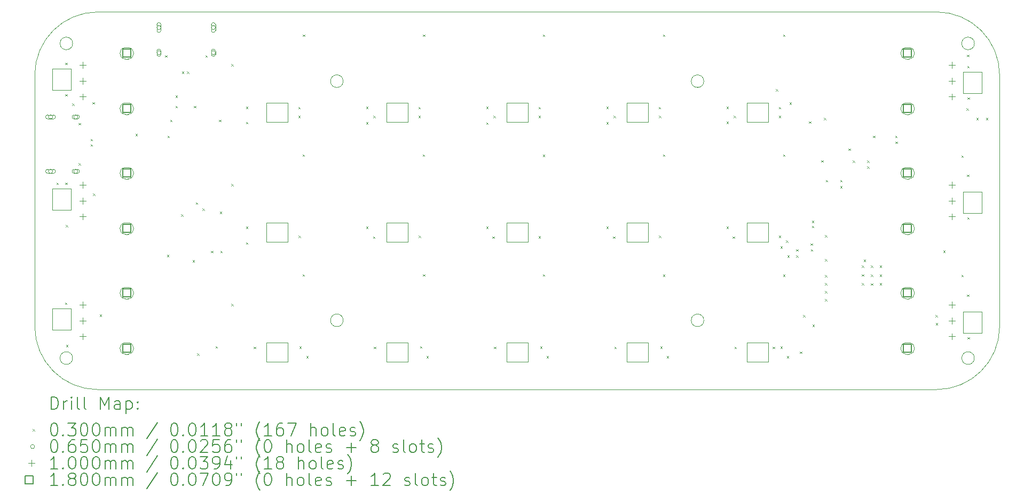
<source format=gbr>
%TF.GenerationSoftware,KiCad,Pcbnew,8.0.5*%
%TF.CreationDate,2024-11-23T20:31:24+11:00*%
%TF.ProjectId,Macro Mixer,4d616372-6f20-44d6-9978-65722e6b6963,rev?*%
%TF.SameCoordinates,Original*%
%TF.FileFunction,Drillmap*%
%TF.FilePolarity,Positive*%
%FSLAX45Y45*%
G04 Gerber Fmt 4.5, Leading zero omitted, Abs format (unit mm)*
G04 Created by KiCad (PCBNEW 8.0.5) date 2024-11-23 20:31:24*
%MOMM*%
%LPD*%
G01*
G04 APERTURE LIST*
%ADD10C,0.050000*%
%ADD11C,0.100000*%
%ADD12C,0.200000*%
%ADD13C,0.180000*%
G04 APERTURE END LIST*
D10*
X8200000Y-7500000D02*
G75*
G02*
X8000000Y-7500000I-100000J0D01*
G01*
X8000000Y-7500000D02*
G75*
G02*
X8200000Y-7500000I100000J0D01*
G01*
X22500000Y-12500000D02*
G75*
G02*
X22300000Y-12500000I-100000J0D01*
G01*
X22300000Y-12500000D02*
G75*
G02*
X22500000Y-12500000I100000J0D01*
G01*
X18210000Y-8100000D02*
G75*
G02*
X18010000Y-8100000I-100000J0D01*
G01*
X18010000Y-8100000D02*
G75*
G02*
X18210000Y-8100000I100000J0D01*
G01*
X7600000Y-8000000D02*
G75*
G02*
X8600000Y-7000000I1000000J0D01*
G01*
X8600000Y-13000000D02*
G75*
G02*
X7600000Y-12000000I0J1000000D01*
G01*
X12490000Y-8100000D02*
G75*
G02*
X12290000Y-8100000I-100000J0D01*
G01*
X12290000Y-8100000D02*
G75*
G02*
X12490000Y-8100000I100000J0D01*
G01*
X8200000Y-12500000D02*
G75*
G02*
X8000000Y-12500000I-100000J0D01*
G01*
X8000000Y-12500000D02*
G75*
G02*
X8200000Y-12500000I100000J0D01*
G01*
X7600000Y-8000000D02*
X7600000Y-12000000D01*
X12490000Y-11900000D02*
G75*
G02*
X12290000Y-11900000I-100000J0D01*
G01*
X12290000Y-11900000D02*
G75*
G02*
X12490000Y-11900000I100000J0D01*
G01*
X22900000Y-8000000D02*
X22900000Y-12000000D01*
X8600000Y-13000000D02*
X21900000Y-13000000D01*
X22900000Y-12000000D02*
G75*
G02*
X21900000Y-13000000I-1000000J0D01*
G01*
X22500000Y-7500000D02*
G75*
G02*
X22300000Y-7500000I-100000J0D01*
G01*
X22300000Y-7500000D02*
G75*
G02*
X22500000Y-7500000I100000J0D01*
G01*
X18210000Y-11900000D02*
G75*
G02*
X18010000Y-11900000I-100000J0D01*
G01*
X18010000Y-11900000D02*
G75*
G02*
X18210000Y-11900000I100000J0D01*
G01*
X8600000Y-7000000D02*
X21900000Y-7000000D01*
X21900000Y-7000000D02*
G75*
G02*
X22900000Y-8000000I0J-1000000D01*
G01*
D11*
X22622500Y-10196250D02*
X22322500Y-10196250D01*
X22322500Y-9856250D01*
X22622500Y-9856250D01*
X22622500Y-10196250D01*
X22622500Y-8291250D02*
X22322500Y-8291250D01*
X22322500Y-7951250D01*
X22622500Y-7951250D01*
X22622500Y-8291250D01*
X22622500Y-12101250D02*
X22322500Y-12101250D01*
X22322500Y-11761250D01*
X22622500Y-11761250D01*
X22622500Y-12101250D01*
X15420000Y-10351250D02*
X15080000Y-10351250D01*
X15080000Y-10651250D01*
X15420000Y-10651250D01*
X15420000Y-10351250D01*
X13515000Y-8446250D02*
X13175000Y-8446250D01*
X13175000Y-8746250D01*
X13515000Y-8746250D01*
X13515000Y-8446250D01*
X15085000Y-12556250D02*
X15425000Y-12556250D01*
X15425000Y-12256250D01*
X15085000Y-12256250D01*
X15085000Y-12556250D01*
X11610000Y-8446250D02*
X11270000Y-8446250D01*
X11270000Y-8746250D01*
X11610000Y-8746250D01*
X11610000Y-8446250D01*
X7877500Y-11711250D02*
X8177500Y-11711250D01*
X8177500Y-12051250D01*
X7877500Y-12051250D01*
X7877500Y-11711250D01*
X15420000Y-8446250D02*
X15080000Y-8446250D01*
X15080000Y-8746250D01*
X15420000Y-8746250D01*
X15420000Y-8446250D01*
X13180000Y-12556250D02*
X13520000Y-12556250D01*
X13520000Y-12256250D01*
X13180000Y-12256250D01*
X13180000Y-12556250D01*
X19230000Y-8446250D02*
X18890000Y-8446250D01*
X18890000Y-8746250D01*
X19230000Y-8746250D01*
X19230000Y-8446250D01*
X18895000Y-12556250D02*
X19235000Y-12556250D01*
X19235000Y-12256250D01*
X18895000Y-12256250D01*
X18895000Y-12556250D01*
X17325000Y-10351250D02*
X16985000Y-10351250D01*
X16985000Y-10651250D01*
X17325000Y-10651250D01*
X17325000Y-10351250D01*
X16990000Y-12556250D02*
X17330000Y-12556250D01*
X17330000Y-12256250D01*
X16990000Y-12256250D01*
X16990000Y-12556250D01*
X19230000Y-10351250D02*
X18890000Y-10351250D01*
X18890000Y-10651250D01*
X19230000Y-10651250D01*
X19230000Y-10351250D01*
X11610000Y-10351250D02*
X11270000Y-10351250D01*
X11270000Y-10651250D01*
X11610000Y-10651250D01*
X11610000Y-10351250D01*
X17325000Y-8446250D02*
X16985000Y-8446250D01*
X16985000Y-8746250D01*
X17325000Y-8746250D01*
X17325000Y-8446250D01*
X11275000Y-12556250D02*
X11615000Y-12556250D01*
X11615000Y-12256250D01*
X11275000Y-12256250D01*
X11275000Y-12556250D01*
X13515000Y-10351250D02*
X13175000Y-10351250D01*
X13175000Y-10651250D01*
X13515000Y-10651250D01*
X13515000Y-10351250D01*
X7877500Y-9806250D02*
X8177500Y-9806250D01*
X8177500Y-10146250D01*
X7877500Y-10146250D01*
X7877500Y-9806250D01*
X7877500Y-7901250D02*
X8177500Y-7901250D01*
X8177500Y-8241250D01*
X7877500Y-8241250D01*
X7877500Y-7901250D01*
D12*
D11*
X7942500Y-9711250D02*
X7972500Y-9741250D01*
X7972500Y-9711250D02*
X7942500Y-9741250D01*
X8077500Y-11616250D02*
X8107500Y-11646250D01*
X8107500Y-11616250D02*
X8077500Y-11646250D01*
X8082500Y-7806250D02*
X8112500Y-7836250D01*
X8112500Y-7806250D02*
X8082500Y-7836250D01*
X8082500Y-8306250D02*
X8112500Y-8336250D01*
X8112500Y-8306250D02*
X8082500Y-8336250D01*
X8082500Y-9711250D02*
X8112500Y-9741250D01*
X8112500Y-9711250D02*
X8082500Y-9741250D01*
X8092500Y-10386250D02*
X8122500Y-10416250D01*
X8122500Y-10386250D02*
X8092500Y-10416250D01*
X8097500Y-12291250D02*
X8127500Y-12321250D01*
X8127500Y-12291250D02*
X8097500Y-12321250D01*
X8192500Y-8456250D02*
X8222500Y-8486250D01*
X8222500Y-8456250D02*
X8192500Y-8486250D01*
X8292500Y-9405000D02*
X8322500Y-9435000D01*
X8322500Y-9405000D02*
X8292500Y-9435000D01*
X8295000Y-8765000D02*
X8325000Y-8795000D01*
X8325000Y-8765000D02*
X8295000Y-8795000D01*
X8485000Y-9018750D02*
X8515000Y-9048750D01*
X8515000Y-9018750D02*
X8485000Y-9048750D01*
X8485000Y-9103750D02*
X8515000Y-9133750D01*
X8515000Y-9103750D02*
X8485000Y-9133750D01*
X8515000Y-8435000D02*
X8545000Y-8465000D01*
X8545000Y-8435000D02*
X8515000Y-8465000D01*
X8522500Y-9886250D02*
X8552500Y-9916250D01*
X8552500Y-9886250D02*
X8522500Y-9916250D01*
X8627500Y-11806250D02*
X8657500Y-11836250D01*
X8657500Y-11806250D02*
X8627500Y-11836250D01*
X9195000Y-8935000D02*
X9225000Y-8965000D01*
X9225000Y-8935000D02*
X9195000Y-8965000D01*
X9665000Y-7690000D02*
X9695000Y-7720000D01*
X9695000Y-7690000D02*
X9665000Y-7720000D01*
X9697500Y-10861250D02*
X9727500Y-10891250D01*
X9727500Y-10861250D02*
X9697500Y-10891250D01*
X9702500Y-8966250D02*
X9732500Y-8996250D01*
X9732500Y-8966250D02*
X9702500Y-8996250D01*
X9747500Y-8711250D02*
X9777500Y-8741250D01*
X9777500Y-8711250D02*
X9747500Y-8741250D01*
X9832500Y-8326250D02*
X9862500Y-8356250D01*
X9862500Y-8326250D02*
X9832500Y-8356250D01*
X9832500Y-8491250D02*
X9862500Y-8521250D01*
X9862500Y-8491250D02*
X9832500Y-8521250D01*
X9922500Y-10216250D02*
X9952500Y-10246250D01*
X9952500Y-10216250D02*
X9922500Y-10246250D01*
X9932500Y-7946250D02*
X9962500Y-7976250D01*
X9962500Y-7946250D02*
X9932500Y-7976250D01*
X10012500Y-7946250D02*
X10042500Y-7976250D01*
X10042500Y-7946250D02*
X10012500Y-7976250D01*
X10102500Y-10942750D02*
X10132500Y-10972750D01*
X10132500Y-10942750D02*
X10102500Y-10972750D01*
X10122500Y-8491250D02*
X10152500Y-8521250D01*
X10152500Y-8491250D02*
X10122500Y-8521250D01*
X10152500Y-10026250D02*
X10182500Y-10056250D01*
X10182500Y-10026250D02*
X10152500Y-10056250D01*
X10175000Y-12425000D02*
X10205000Y-12455000D01*
X10205000Y-12425000D02*
X10175000Y-12455000D01*
X10257500Y-10121250D02*
X10287500Y-10151250D01*
X10287500Y-10121250D02*
X10257500Y-10151250D01*
X10305000Y-7690000D02*
X10335000Y-7720000D01*
X10335000Y-7690000D02*
X10305000Y-7720000D01*
X10392500Y-10795000D02*
X10422500Y-10825000D01*
X10422500Y-10795000D02*
X10392500Y-10825000D01*
X10467500Y-12311250D02*
X10497500Y-12341250D01*
X10497500Y-12311250D02*
X10467500Y-12341250D01*
X10522500Y-8711250D02*
X10552500Y-8741250D01*
X10552500Y-8711250D02*
X10522500Y-8741250D01*
X10532500Y-10171250D02*
X10562500Y-10201250D01*
X10562500Y-10171250D02*
X10532500Y-10201250D01*
X10542500Y-10795000D02*
X10572500Y-10825000D01*
X10572500Y-10795000D02*
X10542500Y-10825000D01*
X10716500Y-7827250D02*
X10746500Y-7857250D01*
X10746500Y-7827250D02*
X10716500Y-7857250D01*
X10716500Y-11637250D02*
X10746500Y-11667250D01*
X10746500Y-11637250D02*
X10716500Y-11667250D01*
X10717500Y-9731250D02*
X10747500Y-9761250D01*
X10747500Y-9731250D02*
X10717500Y-9761250D01*
X10947500Y-8746250D02*
X10977500Y-8776250D01*
X10977500Y-8746250D02*
X10947500Y-8776250D01*
X10947500Y-10661250D02*
X10977500Y-10691250D01*
X10977500Y-10661250D02*
X10947500Y-10691250D01*
X10950000Y-8503750D02*
X10980000Y-8533750D01*
X10980000Y-8503750D02*
X10950000Y-8533750D01*
X10950000Y-10408750D02*
X10980000Y-10438750D01*
X10980000Y-10408750D02*
X10950000Y-10438750D01*
X11072500Y-12321250D02*
X11102500Y-12351250D01*
X11102500Y-12321250D02*
X11072500Y-12351250D01*
X11777500Y-8511250D02*
X11807500Y-8541250D01*
X11807500Y-8511250D02*
X11777500Y-8541250D01*
X11777500Y-8651250D02*
X11807500Y-8681250D01*
X11807500Y-8651250D02*
X11777500Y-8681250D01*
X11782500Y-10556250D02*
X11812500Y-10586250D01*
X11812500Y-10556250D02*
X11782500Y-10586250D01*
X11797500Y-12316250D02*
X11827500Y-12346250D01*
X11827500Y-12316250D02*
X11797500Y-12346250D01*
X11847500Y-9261250D02*
X11877500Y-9291250D01*
X11877500Y-9261250D02*
X11847500Y-9291250D01*
X11847500Y-11166250D02*
X11877500Y-11196250D01*
X11877500Y-11166250D02*
X11847500Y-11196250D01*
X11852500Y-7356250D02*
X11882500Y-7386250D01*
X11882500Y-7356250D02*
X11852500Y-7386250D01*
X11905000Y-12468750D02*
X11935000Y-12498750D01*
X11935000Y-12468750D02*
X11905000Y-12498750D01*
X12852500Y-8751250D02*
X12882500Y-8781250D01*
X12882500Y-8751250D02*
X12852500Y-8781250D01*
X12855000Y-8503750D02*
X12885000Y-8533750D01*
X12885000Y-8503750D02*
X12855000Y-8533750D01*
X12855000Y-10408750D02*
X12885000Y-10438750D01*
X12885000Y-10408750D02*
X12855000Y-10438750D01*
X12962500Y-10566250D02*
X12992500Y-10596250D01*
X12992500Y-10566250D02*
X12962500Y-10596250D01*
X12967500Y-8651250D02*
X12997500Y-8681250D01*
X12997500Y-8651250D02*
X12967500Y-8681250D01*
X12977500Y-12321250D02*
X13007500Y-12351250D01*
X13007500Y-12321250D02*
X12977500Y-12351250D01*
X13682500Y-8511250D02*
X13712500Y-8541250D01*
X13712500Y-8511250D02*
X13682500Y-8541250D01*
X13682500Y-8651250D02*
X13712500Y-8681250D01*
X13712500Y-8651250D02*
X13682500Y-8681250D01*
X13687500Y-10556250D02*
X13717500Y-10586250D01*
X13717500Y-10556250D02*
X13687500Y-10586250D01*
X13707500Y-12311250D02*
X13737500Y-12341250D01*
X13737500Y-12311250D02*
X13707500Y-12341250D01*
X13752500Y-9261250D02*
X13782500Y-9291250D01*
X13782500Y-9261250D02*
X13752500Y-9291250D01*
X13757500Y-7356250D02*
X13787500Y-7386250D01*
X13787500Y-7356250D02*
X13757500Y-7386250D01*
X13757500Y-11166250D02*
X13787500Y-11196250D01*
X13787500Y-11166250D02*
X13757500Y-11196250D01*
X13810000Y-12468750D02*
X13840000Y-12498750D01*
X13840000Y-12468750D02*
X13810000Y-12498750D01*
X14757500Y-8756250D02*
X14787500Y-8786250D01*
X14787500Y-8756250D02*
X14757500Y-8786250D01*
X14760000Y-8503750D02*
X14790000Y-8533750D01*
X14790000Y-8503750D02*
X14760000Y-8533750D01*
X14760000Y-10408750D02*
X14790000Y-10438750D01*
X14790000Y-10408750D02*
X14760000Y-10438750D01*
X14857500Y-10566250D02*
X14887500Y-10596250D01*
X14887500Y-10566250D02*
X14857500Y-10596250D01*
X14872500Y-8651250D02*
X14902500Y-8681250D01*
X14902500Y-8651250D02*
X14872500Y-8681250D01*
X14882500Y-12321250D02*
X14912500Y-12351250D01*
X14912500Y-12321250D02*
X14882500Y-12351250D01*
X15587500Y-8511250D02*
X15617500Y-8541250D01*
X15617500Y-8511250D02*
X15587500Y-8541250D01*
X15587500Y-8651250D02*
X15617500Y-8681250D01*
X15617500Y-8651250D02*
X15587500Y-8681250D01*
X15587500Y-10561250D02*
X15617500Y-10591250D01*
X15617500Y-10561250D02*
X15587500Y-10591250D01*
X15612500Y-12316250D02*
X15642500Y-12346250D01*
X15642500Y-12316250D02*
X15612500Y-12346250D01*
X15657500Y-7356250D02*
X15687500Y-7386250D01*
X15687500Y-7356250D02*
X15657500Y-7386250D01*
X15657500Y-9266250D02*
X15687500Y-9296250D01*
X15687500Y-9266250D02*
X15657500Y-9296250D01*
X15657500Y-11166250D02*
X15687500Y-11196250D01*
X15687500Y-11166250D02*
X15657500Y-11196250D01*
X15715000Y-12468750D02*
X15745000Y-12498750D01*
X15745000Y-12468750D02*
X15715000Y-12498750D01*
X16662500Y-8751250D02*
X16692500Y-8781250D01*
X16692500Y-8751250D02*
X16662500Y-8781250D01*
X16665000Y-8503750D02*
X16695000Y-8533750D01*
X16695000Y-8503750D02*
X16665000Y-8533750D01*
X16665000Y-10408750D02*
X16695000Y-10438750D01*
X16695000Y-10408750D02*
X16665000Y-10438750D01*
X16767500Y-10566250D02*
X16797500Y-10596250D01*
X16797500Y-10566250D02*
X16767500Y-10596250D01*
X16777500Y-8651250D02*
X16807500Y-8681250D01*
X16807500Y-8651250D02*
X16777500Y-8681250D01*
X16792500Y-12321250D02*
X16822500Y-12351250D01*
X16822500Y-12321250D02*
X16792500Y-12351250D01*
X17492500Y-8511250D02*
X17522500Y-8541250D01*
X17522500Y-8511250D02*
X17492500Y-8541250D01*
X17497500Y-8651250D02*
X17527500Y-8681250D01*
X17527500Y-8651250D02*
X17497500Y-8681250D01*
X17497500Y-10556250D02*
X17527500Y-10586250D01*
X17527500Y-10556250D02*
X17497500Y-10586250D01*
X17517500Y-12316250D02*
X17547500Y-12346250D01*
X17547500Y-12316250D02*
X17517500Y-12346250D01*
X17562500Y-7356250D02*
X17592500Y-7386250D01*
X17592500Y-7356250D02*
X17562500Y-7386250D01*
X17562500Y-9261250D02*
X17592500Y-9291250D01*
X17592500Y-9261250D02*
X17562500Y-9291250D01*
X17562500Y-11171250D02*
X17592500Y-11201250D01*
X17592500Y-11171250D02*
X17562500Y-11201250D01*
X17620000Y-12468750D02*
X17650000Y-12498750D01*
X17650000Y-12468750D02*
X17620000Y-12498750D01*
X18567500Y-8743750D02*
X18597500Y-8773750D01*
X18597500Y-8743750D02*
X18567500Y-8773750D01*
X18570000Y-8503750D02*
X18600000Y-8533750D01*
X18600000Y-8503750D02*
X18570000Y-8533750D01*
X18570000Y-10408750D02*
X18600000Y-10438750D01*
X18600000Y-10408750D02*
X18570000Y-10438750D01*
X18667500Y-10566250D02*
X18697500Y-10596250D01*
X18697500Y-10566250D02*
X18667500Y-10596250D01*
X18682500Y-8651250D02*
X18712500Y-8681250D01*
X18712500Y-8651250D02*
X18682500Y-8681250D01*
X18697500Y-12321250D02*
X18727500Y-12351250D01*
X18727500Y-12321250D02*
X18697500Y-12351250D01*
X19300000Y-12321250D02*
X19330000Y-12351250D01*
X19330000Y-12321250D02*
X19300000Y-12351250D01*
X19352500Y-8226250D02*
X19382500Y-8256250D01*
X19382500Y-8226250D02*
X19352500Y-8256250D01*
X19397500Y-8511250D02*
X19427500Y-8541250D01*
X19427500Y-8511250D02*
X19397500Y-8541250D01*
X19397500Y-8651250D02*
X19427500Y-8681250D01*
X19427500Y-8651250D02*
X19397500Y-8681250D01*
X19397500Y-10556250D02*
X19427500Y-10586250D01*
X19427500Y-10556250D02*
X19397500Y-10586250D01*
X19422249Y-10722337D02*
X19452249Y-10752337D01*
X19452249Y-10722337D02*
X19422249Y-10752337D01*
X19422500Y-12316250D02*
X19452500Y-12346250D01*
X19452500Y-12316250D02*
X19422500Y-12346250D01*
X19467500Y-7356250D02*
X19497500Y-7386250D01*
X19497500Y-7356250D02*
X19467500Y-7386250D01*
X19467500Y-9261250D02*
X19497500Y-9291250D01*
X19497500Y-9261250D02*
X19467500Y-9291250D01*
X19467500Y-11171250D02*
X19497500Y-11201250D01*
X19497500Y-11171250D02*
X19467500Y-11201250D01*
X19512500Y-10631250D02*
X19542500Y-10661250D01*
X19542500Y-10631250D02*
X19512500Y-10661250D01*
X19525000Y-12468750D02*
X19555000Y-12498750D01*
X19555000Y-12468750D02*
X19525000Y-12498750D01*
X19533298Y-10866250D02*
X19563298Y-10896250D01*
X19563298Y-10866250D02*
X19533298Y-10896250D01*
X19567500Y-8436250D02*
X19597500Y-8466250D01*
X19597500Y-8436250D02*
X19567500Y-8466250D01*
X19672500Y-10771250D02*
X19702500Y-10801250D01*
X19702500Y-10771250D02*
X19672500Y-10801250D01*
X19673750Y-10866250D02*
X19703750Y-10896250D01*
X19703750Y-10866250D02*
X19673750Y-10896250D01*
X19732500Y-12396250D02*
X19762500Y-12426250D01*
X19762500Y-12396250D02*
X19732500Y-12426250D01*
X19782500Y-11816250D02*
X19812500Y-11846250D01*
X19812500Y-11816250D02*
X19782500Y-11846250D01*
X19877500Y-8736250D02*
X19907500Y-8766250D01*
X19907500Y-8736250D02*
X19877500Y-8766250D01*
X19901250Y-10676250D02*
X19931250Y-10706250D01*
X19931250Y-10676250D02*
X19901250Y-10706250D01*
X19907500Y-10771250D02*
X19937500Y-10801250D01*
X19937500Y-10771250D02*
X19907500Y-10801250D01*
X19925000Y-10315000D02*
X19955000Y-10345000D01*
X19955000Y-10315000D02*
X19925000Y-10345000D01*
X19925000Y-10397250D02*
X19955000Y-10427250D01*
X19955000Y-10397250D02*
X19925000Y-10427250D01*
X19932500Y-11968750D02*
X19962500Y-11998750D01*
X19962500Y-11968750D02*
X19932500Y-11998750D01*
X20072500Y-9356250D02*
X20102500Y-9386250D01*
X20102500Y-9356250D02*
X20072500Y-9386250D01*
X20115000Y-8685000D02*
X20145000Y-8715000D01*
X20145000Y-8685000D02*
X20115000Y-8715000D01*
X20132500Y-10545250D02*
X20162500Y-10575250D01*
X20162500Y-10545250D02*
X20132500Y-10575250D01*
X20132500Y-10926250D02*
X20162500Y-10956250D01*
X20162500Y-10926250D02*
X20132500Y-10956250D01*
X20132500Y-11180250D02*
X20162500Y-11210250D01*
X20162500Y-11180250D02*
X20132500Y-11210250D01*
X20132500Y-11307250D02*
X20162500Y-11337250D01*
X20162500Y-11307250D02*
X20132500Y-11337250D01*
X20132500Y-11434250D02*
X20162500Y-11464250D01*
X20162500Y-11434250D02*
X20132500Y-11464250D01*
X20132500Y-11561250D02*
X20162500Y-11591250D01*
X20162500Y-11561250D02*
X20132500Y-11591250D01*
X20142500Y-9671250D02*
X20172500Y-9701250D01*
X20172500Y-9671250D02*
X20142500Y-9701250D01*
X20371250Y-9766250D02*
X20401250Y-9796250D01*
X20401250Y-9766250D02*
X20371250Y-9796250D01*
X20372500Y-9671250D02*
X20402500Y-9701250D01*
X20402500Y-9671250D02*
X20372500Y-9701250D01*
X20502500Y-9171250D02*
X20532500Y-9201250D01*
X20532500Y-9171250D02*
X20502500Y-9201250D01*
X20572500Y-9361250D02*
X20602500Y-9391250D01*
X20602500Y-9361250D02*
X20572500Y-9391250D01*
X20717500Y-11030250D02*
X20747500Y-11060250D01*
X20747500Y-11030250D02*
X20717500Y-11060250D01*
X20717500Y-11166250D02*
X20747500Y-11196250D01*
X20747500Y-11166250D02*
X20717500Y-11196250D01*
X20717500Y-11306250D02*
X20747500Y-11336250D01*
X20747500Y-11306250D02*
X20717500Y-11336250D01*
X20745000Y-10935000D02*
X20775000Y-10965000D01*
X20775000Y-10935000D02*
X20745000Y-10965000D01*
X20801250Y-9361250D02*
X20831250Y-9391250D01*
X20831250Y-9361250D02*
X20801250Y-9391250D01*
X20801250Y-9455000D02*
X20831250Y-9485000D01*
X20831250Y-9455000D02*
X20801250Y-9485000D01*
X20857500Y-11026250D02*
X20887500Y-11056250D01*
X20887500Y-11026250D02*
X20857500Y-11056250D01*
X20857500Y-11171250D02*
X20887500Y-11201250D01*
X20887500Y-11171250D02*
X20857500Y-11201250D01*
X20857500Y-11310250D02*
X20887500Y-11340250D01*
X20887500Y-11310250D02*
X20857500Y-11340250D01*
X20892500Y-8966250D02*
X20922500Y-8996250D01*
X20922500Y-8966250D02*
X20892500Y-8996250D01*
X20997500Y-11026250D02*
X21027500Y-11056250D01*
X21027500Y-11026250D02*
X20997500Y-11056250D01*
X20997500Y-11171250D02*
X21027500Y-11201250D01*
X21027500Y-11171250D02*
X20997500Y-11201250D01*
X20997500Y-11306250D02*
X21027500Y-11336250D01*
X21027500Y-11306250D02*
X20997500Y-11336250D01*
X21246250Y-8966250D02*
X21276250Y-8996250D01*
X21276250Y-8966250D02*
X21246250Y-8996250D01*
X21247500Y-9061250D02*
X21277500Y-9091250D01*
X21277500Y-9061250D02*
X21247500Y-9091250D01*
X21882500Y-11815250D02*
X21912500Y-11845250D01*
X21912500Y-11815250D02*
X21882500Y-11845250D01*
X21887500Y-11941250D02*
X21917500Y-11971250D01*
X21917500Y-11941250D02*
X21887500Y-11971250D01*
X22007500Y-10791250D02*
X22037500Y-10821250D01*
X22037500Y-10791250D02*
X22007500Y-10821250D01*
X22292500Y-9281250D02*
X22322500Y-9311250D01*
X22322500Y-9281250D02*
X22292500Y-9311250D01*
X22295000Y-11175000D02*
X22325000Y-11205000D01*
X22325000Y-11175000D02*
X22295000Y-11205000D01*
X22372500Y-8531250D02*
X22402500Y-8561250D01*
X22402500Y-8531250D02*
X22372500Y-8561250D01*
X22382500Y-7681250D02*
X22412500Y-7711250D01*
X22412500Y-7681250D02*
X22382500Y-7711250D01*
X22382500Y-9586250D02*
X22412500Y-9616250D01*
X22412500Y-9586250D02*
X22382500Y-9616250D01*
X22382500Y-11491250D02*
X22412500Y-11521250D01*
X22412500Y-11491250D02*
X22382500Y-11521250D01*
X22387500Y-7856250D02*
X22417500Y-7886250D01*
X22417500Y-7856250D02*
X22387500Y-7886250D01*
X22387500Y-10261250D02*
X22417500Y-10291250D01*
X22417500Y-10261250D02*
X22387500Y-10291250D01*
X22392500Y-8356250D02*
X22422500Y-8386250D01*
X22422500Y-8356250D02*
X22392500Y-8386250D01*
X22392500Y-12166250D02*
X22422500Y-12196250D01*
X22422500Y-12166250D02*
X22392500Y-12196250D01*
X22531250Y-8681250D02*
X22561250Y-8711250D01*
X22561250Y-8681250D02*
X22531250Y-8711250D01*
X22682500Y-8685000D02*
X22712500Y-8715000D01*
X22712500Y-8685000D02*
X22682500Y-8715000D01*
X7882500Y-8668000D02*
G75*
G02*
X7817500Y-8668000I-32500J0D01*
G01*
X7817500Y-8668000D02*
G75*
G02*
X7882500Y-8668000I32500J0D01*
G01*
X7805000Y-8700500D02*
X7895000Y-8700500D01*
X7895000Y-8635500D02*
G75*
G02*
X7895000Y-8700500I0J-32500D01*
G01*
X7895000Y-8635500D02*
X7805000Y-8635500D01*
X7805000Y-8635500D02*
G75*
G03*
X7805000Y-8700500I0J-32500D01*
G01*
X7882500Y-9532000D02*
G75*
G02*
X7817500Y-9532000I-32500J0D01*
G01*
X7817500Y-9532000D02*
G75*
G02*
X7882500Y-9532000I32500J0D01*
G01*
X7805000Y-9564500D02*
X7895000Y-9564500D01*
X7895000Y-9499500D02*
G75*
G02*
X7895000Y-9564500I0J-32500D01*
G01*
X7895000Y-9499500D02*
X7805000Y-9499500D01*
X7805000Y-9499500D02*
G75*
G03*
X7805000Y-9564500I0J-32500D01*
G01*
X8282500Y-8668000D02*
G75*
G02*
X8217500Y-8668000I-32500J0D01*
G01*
X8217500Y-8668000D02*
G75*
G02*
X8282500Y-8668000I32500J0D01*
G01*
X8225000Y-8700500D02*
X8275000Y-8700500D01*
X8275000Y-8635500D02*
G75*
G02*
X8275000Y-8700500I0J-32500D01*
G01*
X8275000Y-8635500D02*
X8225000Y-8635500D01*
X8225000Y-8635500D02*
G75*
G03*
X8225000Y-8700500I0J-32500D01*
G01*
X8282500Y-9532000D02*
G75*
G02*
X8217500Y-9532000I-32500J0D01*
G01*
X8217500Y-9532000D02*
G75*
G02*
X8282500Y-9532000I32500J0D01*
G01*
X8225000Y-9564500D02*
X8275000Y-9564500D01*
X8275000Y-9499500D02*
G75*
G02*
X8275000Y-9564500I0J-32500D01*
G01*
X8275000Y-9499500D02*
X8225000Y-9499500D01*
X8225000Y-9499500D02*
G75*
G03*
X8225000Y-9564500I0J-32500D01*
G01*
X9600500Y-7247500D02*
G75*
G02*
X9535500Y-7247500I-32500J0D01*
G01*
X9535500Y-7247500D02*
G75*
G02*
X9600500Y-7247500I32500J0D01*
G01*
X9535500Y-7202500D02*
X9535500Y-7292500D01*
X9600500Y-7292500D02*
G75*
G02*
X9535500Y-7292500I-32500J0D01*
G01*
X9600500Y-7292500D02*
X9600500Y-7202500D01*
X9600500Y-7202500D02*
G75*
G03*
X9535500Y-7202500I-32500J0D01*
G01*
X9600500Y-7647500D02*
G75*
G02*
X9535500Y-7647500I-32500J0D01*
G01*
X9535500Y-7647500D02*
G75*
G02*
X9600500Y-7647500I32500J0D01*
G01*
X9535500Y-7622500D02*
X9535500Y-7672500D01*
X9600500Y-7672500D02*
G75*
G02*
X9535500Y-7672500I-32500J0D01*
G01*
X9600500Y-7672500D02*
X9600500Y-7622500D01*
X9600500Y-7622500D02*
G75*
G03*
X9535500Y-7622500I-32500J0D01*
G01*
X10464500Y-7247500D02*
G75*
G02*
X10399500Y-7247500I-32500J0D01*
G01*
X10399500Y-7247500D02*
G75*
G02*
X10464500Y-7247500I32500J0D01*
G01*
X10399500Y-7202500D02*
X10399500Y-7292500D01*
X10464500Y-7292500D02*
G75*
G02*
X10399500Y-7292500I-32500J0D01*
G01*
X10464500Y-7292500D02*
X10464500Y-7202500D01*
X10464500Y-7202500D02*
G75*
G03*
X10399500Y-7202500I-32500J0D01*
G01*
X10464500Y-7647500D02*
G75*
G02*
X10399500Y-7647500I-32500J0D01*
G01*
X10399500Y-7647500D02*
G75*
G02*
X10464500Y-7647500I32500J0D01*
G01*
X10399500Y-7622500D02*
X10399500Y-7672500D01*
X10464500Y-7672500D02*
G75*
G02*
X10399500Y-7672500I-32500J0D01*
G01*
X10464500Y-7672500D02*
X10464500Y-7622500D01*
X10464500Y-7622500D02*
G75*
G03*
X10399500Y-7622500I-32500J0D01*
G01*
X8358750Y-7796250D02*
X8358750Y-7896250D01*
X8308750Y-7846250D02*
X8408750Y-7846250D01*
X8358750Y-8046250D02*
X8358750Y-8146250D01*
X8308750Y-8096250D02*
X8408750Y-8096250D01*
X8358750Y-8296250D02*
X8358750Y-8396250D01*
X8308750Y-8346250D02*
X8408750Y-8346250D01*
X8358750Y-9701250D02*
X8358750Y-9801250D01*
X8308750Y-9751250D02*
X8408750Y-9751250D01*
X8358750Y-9951250D02*
X8358750Y-10051250D01*
X8308750Y-10001250D02*
X8408750Y-10001250D01*
X8358750Y-10201250D02*
X8358750Y-10301250D01*
X8308750Y-10251250D02*
X8408750Y-10251250D01*
X8358750Y-11606250D02*
X8358750Y-11706250D01*
X8308750Y-11656250D02*
X8408750Y-11656250D01*
X8358750Y-11856250D02*
X8358750Y-11956250D01*
X8308750Y-11906250D02*
X8408750Y-11906250D01*
X8358750Y-12106250D02*
X8358750Y-12206250D01*
X8308750Y-12156250D02*
X8408750Y-12156250D01*
X22141250Y-7796250D02*
X22141250Y-7896250D01*
X22091250Y-7846250D02*
X22191250Y-7846250D01*
X22141250Y-8046250D02*
X22141250Y-8146250D01*
X22091250Y-8096250D02*
X22191250Y-8096250D01*
X22141250Y-8296250D02*
X22141250Y-8396250D01*
X22091250Y-8346250D02*
X22191250Y-8346250D01*
X22141250Y-9701250D02*
X22141250Y-9801250D01*
X22091250Y-9751250D02*
X22191250Y-9751250D01*
X22141250Y-9951250D02*
X22141250Y-10051250D01*
X22091250Y-10001250D02*
X22191250Y-10001250D01*
X22141250Y-10201250D02*
X22141250Y-10301250D01*
X22091250Y-10251250D02*
X22191250Y-10251250D01*
X22141250Y-11606250D02*
X22141250Y-11706250D01*
X22091250Y-11656250D02*
X22191250Y-11656250D01*
X22141250Y-11856250D02*
X22141250Y-11956250D01*
X22091250Y-11906250D02*
X22191250Y-11906250D01*
X22141250Y-12106250D02*
X22141250Y-12206250D01*
X22091250Y-12156250D02*
X22191250Y-12156250D01*
D13*
X9122390Y-7719890D02*
X9122390Y-7592610D01*
X8995110Y-7592610D01*
X8995110Y-7719890D01*
X9122390Y-7719890D01*
D11*
X9078750Y-7566250D02*
X9038750Y-7566250D01*
X9038750Y-7746250D02*
G75*
G02*
X9038750Y-7566250I0J90000D01*
G01*
X9038750Y-7746250D02*
X9078750Y-7746250D01*
X9078750Y-7746250D02*
G75*
G03*
X9078750Y-7566250I0J90000D01*
G01*
D13*
X9122390Y-8599890D02*
X9122390Y-8472610D01*
X8995110Y-8472610D01*
X8995110Y-8599890D01*
X9122390Y-8599890D01*
D11*
X9078750Y-8446250D02*
X9038750Y-8446250D01*
X9038750Y-8626250D02*
G75*
G02*
X9038750Y-8446250I0J90000D01*
G01*
X9038750Y-8626250D02*
X9078750Y-8626250D01*
X9078750Y-8626250D02*
G75*
G03*
X9078750Y-8446250I0J90000D01*
G01*
D13*
X9122390Y-9624890D02*
X9122390Y-9497610D01*
X8995110Y-9497610D01*
X8995110Y-9624890D01*
X9122390Y-9624890D01*
D11*
X9078750Y-9471250D02*
X9038750Y-9471250D01*
X9038750Y-9651250D02*
G75*
G02*
X9038750Y-9471250I0J90000D01*
G01*
X9038750Y-9651250D02*
X9078750Y-9651250D01*
X9078750Y-9651250D02*
G75*
G03*
X9078750Y-9471250I0J90000D01*
G01*
D13*
X9122390Y-10504890D02*
X9122390Y-10377610D01*
X8995110Y-10377610D01*
X8995110Y-10504890D01*
X9122390Y-10504890D01*
D11*
X9078750Y-10351250D02*
X9038750Y-10351250D01*
X9038750Y-10531250D02*
G75*
G02*
X9038750Y-10351250I0J90000D01*
G01*
X9038750Y-10531250D02*
X9078750Y-10531250D01*
X9078750Y-10531250D02*
G75*
G03*
X9078750Y-10351250I0J90000D01*
G01*
D13*
X9122390Y-11529890D02*
X9122390Y-11402610D01*
X8995110Y-11402610D01*
X8995110Y-11529890D01*
X9122390Y-11529890D01*
D11*
X9078750Y-11376250D02*
X9038750Y-11376250D01*
X9038750Y-11556250D02*
G75*
G02*
X9038750Y-11376250I0J90000D01*
G01*
X9038750Y-11556250D02*
X9078750Y-11556250D01*
X9078750Y-11556250D02*
G75*
G03*
X9078750Y-11376250I0J90000D01*
G01*
D13*
X9122390Y-12409890D02*
X9122390Y-12282610D01*
X8995110Y-12282610D01*
X8995110Y-12409890D01*
X9122390Y-12409890D01*
D11*
X9078750Y-12256250D02*
X9038750Y-12256250D01*
X9038750Y-12436250D02*
G75*
G02*
X9038750Y-12256250I0J90000D01*
G01*
X9038750Y-12436250D02*
X9078750Y-12436250D01*
X9078750Y-12436250D02*
G75*
G03*
X9078750Y-12256250I0J90000D01*
G01*
D13*
X21504890Y-7719890D02*
X21504890Y-7592610D01*
X21377610Y-7592610D01*
X21377610Y-7719890D01*
X21504890Y-7719890D01*
D11*
X21421250Y-7746250D02*
X21461250Y-7746250D01*
X21461250Y-7566250D02*
G75*
G02*
X21461250Y-7746250I0J-90000D01*
G01*
X21461250Y-7566250D02*
X21421250Y-7566250D01*
X21421250Y-7566250D02*
G75*
G03*
X21421250Y-7746250I0J-90000D01*
G01*
D13*
X21504890Y-8599890D02*
X21504890Y-8472610D01*
X21377610Y-8472610D01*
X21377610Y-8599890D01*
X21504890Y-8599890D01*
D11*
X21421250Y-8626250D02*
X21461250Y-8626250D01*
X21461250Y-8446250D02*
G75*
G02*
X21461250Y-8626250I0J-90000D01*
G01*
X21461250Y-8446250D02*
X21421250Y-8446250D01*
X21421250Y-8446250D02*
G75*
G03*
X21421250Y-8626250I0J-90000D01*
G01*
D13*
X21504890Y-9624890D02*
X21504890Y-9497610D01*
X21377610Y-9497610D01*
X21377610Y-9624890D01*
X21504890Y-9624890D01*
D11*
X21421250Y-9651250D02*
X21461250Y-9651250D01*
X21461250Y-9471250D02*
G75*
G02*
X21461250Y-9651250I0J-90000D01*
G01*
X21461250Y-9471250D02*
X21421250Y-9471250D01*
X21421250Y-9471250D02*
G75*
G03*
X21421250Y-9651250I0J-90000D01*
G01*
D13*
X21504890Y-10504890D02*
X21504890Y-10377610D01*
X21377610Y-10377610D01*
X21377610Y-10504890D01*
X21504890Y-10504890D01*
D11*
X21421250Y-10531250D02*
X21461250Y-10531250D01*
X21461250Y-10351250D02*
G75*
G02*
X21461250Y-10531250I0J-90000D01*
G01*
X21461250Y-10351250D02*
X21421250Y-10351250D01*
X21421250Y-10351250D02*
G75*
G03*
X21421250Y-10531250I0J-90000D01*
G01*
D13*
X21504890Y-11529890D02*
X21504890Y-11402610D01*
X21377610Y-11402610D01*
X21377610Y-11529890D01*
X21504890Y-11529890D01*
D11*
X21421250Y-11556250D02*
X21461250Y-11556250D01*
X21461250Y-11376250D02*
G75*
G02*
X21461250Y-11556250I0J-90000D01*
G01*
X21461250Y-11376250D02*
X21421250Y-11376250D01*
X21421250Y-11376250D02*
G75*
G03*
X21421250Y-11556250I0J-90000D01*
G01*
D13*
X21504890Y-12409890D02*
X21504890Y-12282610D01*
X21377610Y-12282610D01*
X21377610Y-12409890D01*
X21504890Y-12409890D01*
D11*
X21421250Y-12436250D02*
X21461250Y-12436250D01*
X21461250Y-12256250D02*
G75*
G02*
X21461250Y-12436250I0J-90000D01*
G01*
X21461250Y-12256250D02*
X21421250Y-12256250D01*
X21421250Y-12256250D02*
G75*
G03*
X21421250Y-12436250I0J-90000D01*
G01*
D12*
X7858277Y-13313984D02*
X7858277Y-13113984D01*
X7858277Y-13113984D02*
X7905896Y-13113984D01*
X7905896Y-13113984D02*
X7934467Y-13123508D01*
X7934467Y-13123508D02*
X7953515Y-13142555D01*
X7953515Y-13142555D02*
X7963039Y-13161603D01*
X7963039Y-13161603D02*
X7972562Y-13199698D01*
X7972562Y-13199698D02*
X7972562Y-13228269D01*
X7972562Y-13228269D02*
X7963039Y-13266365D01*
X7963039Y-13266365D02*
X7953515Y-13285412D01*
X7953515Y-13285412D02*
X7934467Y-13304460D01*
X7934467Y-13304460D02*
X7905896Y-13313984D01*
X7905896Y-13313984D02*
X7858277Y-13313984D01*
X8058277Y-13313984D02*
X8058277Y-13180650D01*
X8058277Y-13218746D02*
X8067801Y-13199698D01*
X8067801Y-13199698D02*
X8077324Y-13190174D01*
X8077324Y-13190174D02*
X8096372Y-13180650D01*
X8096372Y-13180650D02*
X8115420Y-13180650D01*
X8182086Y-13313984D02*
X8182086Y-13180650D01*
X8182086Y-13113984D02*
X8172562Y-13123508D01*
X8172562Y-13123508D02*
X8182086Y-13133031D01*
X8182086Y-13133031D02*
X8191610Y-13123508D01*
X8191610Y-13123508D02*
X8182086Y-13113984D01*
X8182086Y-13113984D02*
X8182086Y-13133031D01*
X8305896Y-13313984D02*
X8286848Y-13304460D01*
X8286848Y-13304460D02*
X8277324Y-13285412D01*
X8277324Y-13285412D02*
X8277324Y-13113984D01*
X8410658Y-13313984D02*
X8391610Y-13304460D01*
X8391610Y-13304460D02*
X8382086Y-13285412D01*
X8382086Y-13285412D02*
X8382086Y-13113984D01*
X8639229Y-13313984D02*
X8639229Y-13113984D01*
X8639229Y-13113984D02*
X8705896Y-13256841D01*
X8705896Y-13256841D02*
X8772563Y-13113984D01*
X8772563Y-13113984D02*
X8772563Y-13313984D01*
X8953515Y-13313984D02*
X8953515Y-13209222D01*
X8953515Y-13209222D02*
X8943991Y-13190174D01*
X8943991Y-13190174D02*
X8924944Y-13180650D01*
X8924944Y-13180650D02*
X8886848Y-13180650D01*
X8886848Y-13180650D02*
X8867801Y-13190174D01*
X8953515Y-13304460D02*
X8934467Y-13313984D01*
X8934467Y-13313984D02*
X8886848Y-13313984D01*
X8886848Y-13313984D02*
X8867801Y-13304460D01*
X8867801Y-13304460D02*
X8858277Y-13285412D01*
X8858277Y-13285412D02*
X8858277Y-13266365D01*
X8858277Y-13266365D02*
X8867801Y-13247317D01*
X8867801Y-13247317D02*
X8886848Y-13237793D01*
X8886848Y-13237793D02*
X8934467Y-13237793D01*
X8934467Y-13237793D02*
X8953515Y-13228269D01*
X9048753Y-13180650D02*
X9048753Y-13380650D01*
X9048753Y-13190174D02*
X9067801Y-13180650D01*
X9067801Y-13180650D02*
X9105896Y-13180650D01*
X9105896Y-13180650D02*
X9124944Y-13190174D01*
X9124944Y-13190174D02*
X9134467Y-13199698D01*
X9134467Y-13199698D02*
X9143991Y-13218746D01*
X9143991Y-13218746D02*
X9143991Y-13275888D01*
X9143991Y-13275888D02*
X9134467Y-13294936D01*
X9134467Y-13294936D02*
X9124944Y-13304460D01*
X9124944Y-13304460D02*
X9105896Y-13313984D01*
X9105896Y-13313984D02*
X9067801Y-13313984D01*
X9067801Y-13313984D02*
X9048753Y-13304460D01*
X9229705Y-13294936D02*
X9239229Y-13304460D01*
X9239229Y-13304460D02*
X9229705Y-13313984D01*
X9229705Y-13313984D02*
X9220182Y-13304460D01*
X9220182Y-13304460D02*
X9229705Y-13294936D01*
X9229705Y-13294936D02*
X9229705Y-13313984D01*
X9229705Y-13190174D02*
X9239229Y-13199698D01*
X9239229Y-13199698D02*
X9229705Y-13209222D01*
X9229705Y-13209222D02*
X9220182Y-13199698D01*
X9220182Y-13199698D02*
X9229705Y-13190174D01*
X9229705Y-13190174D02*
X9229705Y-13209222D01*
D11*
X7567500Y-13627500D02*
X7597500Y-13657500D01*
X7597500Y-13627500D02*
X7567500Y-13657500D01*
D12*
X7896372Y-13533984D02*
X7915420Y-13533984D01*
X7915420Y-13533984D02*
X7934467Y-13543508D01*
X7934467Y-13543508D02*
X7943991Y-13553031D01*
X7943991Y-13553031D02*
X7953515Y-13572079D01*
X7953515Y-13572079D02*
X7963039Y-13610174D01*
X7963039Y-13610174D02*
X7963039Y-13657793D01*
X7963039Y-13657793D02*
X7953515Y-13695888D01*
X7953515Y-13695888D02*
X7943991Y-13714936D01*
X7943991Y-13714936D02*
X7934467Y-13724460D01*
X7934467Y-13724460D02*
X7915420Y-13733984D01*
X7915420Y-13733984D02*
X7896372Y-13733984D01*
X7896372Y-13733984D02*
X7877324Y-13724460D01*
X7877324Y-13724460D02*
X7867801Y-13714936D01*
X7867801Y-13714936D02*
X7858277Y-13695888D01*
X7858277Y-13695888D02*
X7848753Y-13657793D01*
X7848753Y-13657793D02*
X7848753Y-13610174D01*
X7848753Y-13610174D02*
X7858277Y-13572079D01*
X7858277Y-13572079D02*
X7867801Y-13553031D01*
X7867801Y-13553031D02*
X7877324Y-13543508D01*
X7877324Y-13543508D02*
X7896372Y-13533984D01*
X8048753Y-13714936D02*
X8058277Y-13724460D01*
X8058277Y-13724460D02*
X8048753Y-13733984D01*
X8048753Y-13733984D02*
X8039229Y-13724460D01*
X8039229Y-13724460D02*
X8048753Y-13714936D01*
X8048753Y-13714936D02*
X8048753Y-13733984D01*
X8124943Y-13533984D02*
X8248753Y-13533984D01*
X8248753Y-13533984D02*
X8182086Y-13610174D01*
X8182086Y-13610174D02*
X8210658Y-13610174D01*
X8210658Y-13610174D02*
X8229705Y-13619698D01*
X8229705Y-13619698D02*
X8239229Y-13629222D01*
X8239229Y-13629222D02*
X8248753Y-13648269D01*
X8248753Y-13648269D02*
X8248753Y-13695888D01*
X8248753Y-13695888D02*
X8239229Y-13714936D01*
X8239229Y-13714936D02*
X8229705Y-13724460D01*
X8229705Y-13724460D02*
X8210658Y-13733984D01*
X8210658Y-13733984D02*
X8153515Y-13733984D01*
X8153515Y-13733984D02*
X8134467Y-13724460D01*
X8134467Y-13724460D02*
X8124943Y-13714936D01*
X8372562Y-13533984D02*
X8391610Y-13533984D01*
X8391610Y-13533984D02*
X8410658Y-13543508D01*
X8410658Y-13543508D02*
X8420182Y-13553031D01*
X8420182Y-13553031D02*
X8429705Y-13572079D01*
X8429705Y-13572079D02*
X8439229Y-13610174D01*
X8439229Y-13610174D02*
X8439229Y-13657793D01*
X8439229Y-13657793D02*
X8429705Y-13695888D01*
X8429705Y-13695888D02*
X8420182Y-13714936D01*
X8420182Y-13714936D02*
X8410658Y-13724460D01*
X8410658Y-13724460D02*
X8391610Y-13733984D01*
X8391610Y-13733984D02*
X8372562Y-13733984D01*
X8372562Y-13733984D02*
X8353515Y-13724460D01*
X8353515Y-13724460D02*
X8343991Y-13714936D01*
X8343991Y-13714936D02*
X8334467Y-13695888D01*
X8334467Y-13695888D02*
X8324943Y-13657793D01*
X8324943Y-13657793D02*
X8324943Y-13610174D01*
X8324943Y-13610174D02*
X8334467Y-13572079D01*
X8334467Y-13572079D02*
X8343991Y-13553031D01*
X8343991Y-13553031D02*
X8353515Y-13543508D01*
X8353515Y-13543508D02*
X8372562Y-13533984D01*
X8563039Y-13533984D02*
X8582086Y-13533984D01*
X8582086Y-13533984D02*
X8601134Y-13543508D01*
X8601134Y-13543508D02*
X8610658Y-13553031D01*
X8610658Y-13553031D02*
X8620182Y-13572079D01*
X8620182Y-13572079D02*
X8629705Y-13610174D01*
X8629705Y-13610174D02*
X8629705Y-13657793D01*
X8629705Y-13657793D02*
X8620182Y-13695888D01*
X8620182Y-13695888D02*
X8610658Y-13714936D01*
X8610658Y-13714936D02*
X8601134Y-13724460D01*
X8601134Y-13724460D02*
X8582086Y-13733984D01*
X8582086Y-13733984D02*
X8563039Y-13733984D01*
X8563039Y-13733984D02*
X8543991Y-13724460D01*
X8543991Y-13724460D02*
X8534467Y-13714936D01*
X8534467Y-13714936D02*
X8524944Y-13695888D01*
X8524944Y-13695888D02*
X8515420Y-13657793D01*
X8515420Y-13657793D02*
X8515420Y-13610174D01*
X8515420Y-13610174D02*
X8524944Y-13572079D01*
X8524944Y-13572079D02*
X8534467Y-13553031D01*
X8534467Y-13553031D02*
X8543991Y-13543508D01*
X8543991Y-13543508D02*
X8563039Y-13533984D01*
X8715420Y-13733984D02*
X8715420Y-13600650D01*
X8715420Y-13619698D02*
X8724944Y-13610174D01*
X8724944Y-13610174D02*
X8743991Y-13600650D01*
X8743991Y-13600650D02*
X8772563Y-13600650D01*
X8772563Y-13600650D02*
X8791610Y-13610174D01*
X8791610Y-13610174D02*
X8801134Y-13629222D01*
X8801134Y-13629222D02*
X8801134Y-13733984D01*
X8801134Y-13629222D02*
X8810658Y-13610174D01*
X8810658Y-13610174D02*
X8829705Y-13600650D01*
X8829705Y-13600650D02*
X8858277Y-13600650D01*
X8858277Y-13600650D02*
X8877325Y-13610174D01*
X8877325Y-13610174D02*
X8886848Y-13629222D01*
X8886848Y-13629222D02*
X8886848Y-13733984D01*
X8982086Y-13733984D02*
X8982086Y-13600650D01*
X8982086Y-13619698D02*
X8991610Y-13610174D01*
X8991610Y-13610174D02*
X9010658Y-13600650D01*
X9010658Y-13600650D02*
X9039229Y-13600650D01*
X9039229Y-13600650D02*
X9058277Y-13610174D01*
X9058277Y-13610174D02*
X9067801Y-13629222D01*
X9067801Y-13629222D02*
X9067801Y-13733984D01*
X9067801Y-13629222D02*
X9077325Y-13610174D01*
X9077325Y-13610174D02*
X9096372Y-13600650D01*
X9096372Y-13600650D02*
X9124944Y-13600650D01*
X9124944Y-13600650D02*
X9143991Y-13610174D01*
X9143991Y-13610174D02*
X9153515Y-13629222D01*
X9153515Y-13629222D02*
X9153515Y-13733984D01*
X9543991Y-13524460D02*
X9372563Y-13781603D01*
X9801134Y-13533984D02*
X9820182Y-13533984D01*
X9820182Y-13533984D02*
X9839229Y-13543508D01*
X9839229Y-13543508D02*
X9848753Y-13553031D01*
X9848753Y-13553031D02*
X9858277Y-13572079D01*
X9858277Y-13572079D02*
X9867801Y-13610174D01*
X9867801Y-13610174D02*
X9867801Y-13657793D01*
X9867801Y-13657793D02*
X9858277Y-13695888D01*
X9858277Y-13695888D02*
X9848753Y-13714936D01*
X9848753Y-13714936D02*
X9839229Y-13724460D01*
X9839229Y-13724460D02*
X9820182Y-13733984D01*
X9820182Y-13733984D02*
X9801134Y-13733984D01*
X9801134Y-13733984D02*
X9782087Y-13724460D01*
X9782087Y-13724460D02*
X9772563Y-13714936D01*
X9772563Y-13714936D02*
X9763039Y-13695888D01*
X9763039Y-13695888D02*
X9753515Y-13657793D01*
X9753515Y-13657793D02*
X9753515Y-13610174D01*
X9753515Y-13610174D02*
X9763039Y-13572079D01*
X9763039Y-13572079D02*
X9772563Y-13553031D01*
X9772563Y-13553031D02*
X9782087Y-13543508D01*
X9782087Y-13543508D02*
X9801134Y-13533984D01*
X9953515Y-13714936D02*
X9963039Y-13724460D01*
X9963039Y-13724460D02*
X9953515Y-13733984D01*
X9953515Y-13733984D02*
X9943991Y-13724460D01*
X9943991Y-13724460D02*
X9953515Y-13714936D01*
X9953515Y-13714936D02*
X9953515Y-13733984D01*
X10086848Y-13533984D02*
X10105896Y-13533984D01*
X10105896Y-13533984D02*
X10124944Y-13543508D01*
X10124944Y-13543508D02*
X10134468Y-13553031D01*
X10134468Y-13553031D02*
X10143991Y-13572079D01*
X10143991Y-13572079D02*
X10153515Y-13610174D01*
X10153515Y-13610174D02*
X10153515Y-13657793D01*
X10153515Y-13657793D02*
X10143991Y-13695888D01*
X10143991Y-13695888D02*
X10134468Y-13714936D01*
X10134468Y-13714936D02*
X10124944Y-13724460D01*
X10124944Y-13724460D02*
X10105896Y-13733984D01*
X10105896Y-13733984D02*
X10086848Y-13733984D01*
X10086848Y-13733984D02*
X10067801Y-13724460D01*
X10067801Y-13724460D02*
X10058277Y-13714936D01*
X10058277Y-13714936D02*
X10048753Y-13695888D01*
X10048753Y-13695888D02*
X10039229Y-13657793D01*
X10039229Y-13657793D02*
X10039229Y-13610174D01*
X10039229Y-13610174D02*
X10048753Y-13572079D01*
X10048753Y-13572079D02*
X10058277Y-13553031D01*
X10058277Y-13553031D02*
X10067801Y-13543508D01*
X10067801Y-13543508D02*
X10086848Y-13533984D01*
X10343991Y-13733984D02*
X10229706Y-13733984D01*
X10286848Y-13733984D02*
X10286848Y-13533984D01*
X10286848Y-13533984D02*
X10267801Y-13562555D01*
X10267801Y-13562555D02*
X10248753Y-13581603D01*
X10248753Y-13581603D02*
X10229706Y-13591127D01*
X10534468Y-13733984D02*
X10420182Y-13733984D01*
X10477325Y-13733984D02*
X10477325Y-13533984D01*
X10477325Y-13533984D02*
X10458277Y-13562555D01*
X10458277Y-13562555D02*
X10439229Y-13581603D01*
X10439229Y-13581603D02*
X10420182Y-13591127D01*
X10648753Y-13619698D02*
X10629706Y-13610174D01*
X10629706Y-13610174D02*
X10620182Y-13600650D01*
X10620182Y-13600650D02*
X10610658Y-13581603D01*
X10610658Y-13581603D02*
X10610658Y-13572079D01*
X10610658Y-13572079D02*
X10620182Y-13553031D01*
X10620182Y-13553031D02*
X10629706Y-13543508D01*
X10629706Y-13543508D02*
X10648753Y-13533984D01*
X10648753Y-13533984D02*
X10686849Y-13533984D01*
X10686849Y-13533984D02*
X10705896Y-13543508D01*
X10705896Y-13543508D02*
X10715420Y-13553031D01*
X10715420Y-13553031D02*
X10724944Y-13572079D01*
X10724944Y-13572079D02*
X10724944Y-13581603D01*
X10724944Y-13581603D02*
X10715420Y-13600650D01*
X10715420Y-13600650D02*
X10705896Y-13610174D01*
X10705896Y-13610174D02*
X10686849Y-13619698D01*
X10686849Y-13619698D02*
X10648753Y-13619698D01*
X10648753Y-13619698D02*
X10629706Y-13629222D01*
X10629706Y-13629222D02*
X10620182Y-13638746D01*
X10620182Y-13638746D02*
X10610658Y-13657793D01*
X10610658Y-13657793D02*
X10610658Y-13695888D01*
X10610658Y-13695888D02*
X10620182Y-13714936D01*
X10620182Y-13714936D02*
X10629706Y-13724460D01*
X10629706Y-13724460D02*
X10648753Y-13733984D01*
X10648753Y-13733984D02*
X10686849Y-13733984D01*
X10686849Y-13733984D02*
X10705896Y-13724460D01*
X10705896Y-13724460D02*
X10715420Y-13714936D01*
X10715420Y-13714936D02*
X10724944Y-13695888D01*
X10724944Y-13695888D02*
X10724944Y-13657793D01*
X10724944Y-13657793D02*
X10715420Y-13638746D01*
X10715420Y-13638746D02*
X10705896Y-13629222D01*
X10705896Y-13629222D02*
X10686849Y-13619698D01*
X10801134Y-13533984D02*
X10801134Y-13572079D01*
X10877325Y-13533984D02*
X10877325Y-13572079D01*
X11172563Y-13810174D02*
X11163039Y-13800650D01*
X11163039Y-13800650D02*
X11143991Y-13772079D01*
X11143991Y-13772079D02*
X11134468Y-13753031D01*
X11134468Y-13753031D02*
X11124944Y-13724460D01*
X11124944Y-13724460D02*
X11115420Y-13676841D01*
X11115420Y-13676841D02*
X11115420Y-13638746D01*
X11115420Y-13638746D02*
X11124944Y-13591127D01*
X11124944Y-13591127D02*
X11134468Y-13562555D01*
X11134468Y-13562555D02*
X11143991Y-13543508D01*
X11143991Y-13543508D02*
X11163039Y-13514936D01*
X11163039Y-13514936D02*
X11172563Y-13505412D01*
X11353515Y-13733984D02*
X11239229Y-13733984D01*
X11296372Y-13733984D02*
X11296372Y-13533984D01*
X11296372Y-13533984D02*
X11277325Y-13562555D01*
X11277325Y-13562555D02*
X11258277Y-13581603D01*
X11258277Y-13581603D02*
X11239229Y-13591127D01*
X11524944Y-13533984D02*
X11486848Y-13533984D01*
X11486848Y-13533984D02*
X11467801Y-13543508D01*
X11467801Y-13543508D02*
X11458277Y-13553031D01*
X11458277Y-13553031D02*
X11439229Y-13581603D01*
X11439229Y-13581603D02*
X11429706Y-13619698D01*
X11429706Y-13619698D02*
X11429706Y-13695888D01*
X11429706Y-13695888D02*
X11439229Y-13714936D01*
X11439229Y-13714936D02*
X11448753Y-13724460D01*
X11448753Y-13724460D02*
X11467801Y-13733984D01*
X11467801Y-13733984D02*
X11505896Y-13733984D01*
X11505896Y-13733984D02*
X11524944Y-13724460D01*
X11524944Y-13724460D02*
X11534468Y-13714936D01*
X11534468Y-13714936D02*
X11543991Y-13695888D01*
X11543991Y-13695888D02*
X11543991Y-13648269D01*
X11543991Y-13648269D02*
X11534468Y-13629222D01*
X11534468Y-13629222D02*
X11524944Y-13619698D01*
X11524944Y-13619698D02*
X11505896Y-13610174D01*
X11505896Y-13610174D02*
X11467801Y-13610174D01*
X11467801Y-13610174D02*
X11448753Y-13619698D01*
X11448753Y-13619698D02*
X11439229Y-13629222D01*
X11439229Y-13629222D02*
X11429706Y-13648269D01*
X11610658Y-13533984D02*
X11743991Y-13533984D01*
X11743991Y-13533984D02*
X11658277Y-13733984D01*
X11972563Y-13733984D02*
X11972563Y-13533984D01*
X12058277Y-13733984D02*
X12058277Y-13629222D01*
X12058277Y-13629222D02*
X12048753Y-13610174D01*
X12048753Y-13610174D02*
X12029706Y-13600650D01*
X12029706Y-13600650D02*
X12001134Y-13600650D01*
X12001134Y-13600650D02*
X11982087Y-13610174D01*
X11982087Y-13610174D02*
X11972563Y-13619698D01*
X12182087Y-13733984D02*
X12163039Y-13724460D01*
X12163039Y-13724460D02*
X12153515Y-13714936D01*
X12153515Y-13714936D02*
X12143991Y-13695888D01*
X12143991Y-13695888D02*
X12143991Y-13638746D01*
X12143991Y-13638746D02*
X12153515Y-13619698D01*
X12153515Y-13619698D02*
X12163039Y-13610174D01*
X12163039Y-13610174D02*
X12182087Y-13600650D01*
X12182087Y-13600650D02*
X12210658Y-13600650D01*
X12210658Y-13600650D02*
X12229706Y-13610174D01*
X12229706Y-13610174D02*
X12239230Y-13619698D01*
X12239230Y-13619698D02*
X12248753Y-13638746D01*
X12248753Y-13638746D02*
X12248753Y-13695888D01*
X12248753Y-13695888D02*
X12239230Y-13714936D01*
X12239230Y-13714936D02*
X12229706Y-13724460D01*
X12229706Y-13724460D02*
X12210658Y-13733984D01*
X12210658Y-13733984D02*
X12182087Y-13733984D01*
X12363039Y-13733984D02*
X12343991Y-13724460D01*
X12343991Y-13724460D02*
X12334468Y-13705412D01*
X12334468Y-13705412D02*
X12334468Y-13533984D01*
X12515420Y-13724460D02*
X12496372Y-13733984D01*
X12496372Y-13733984D02*
X12458277Y-13733984D01*
X12458277Y-13733984D02*
X12439230Y-13724460D01*
X12439230Y-13724460D02*
X12429706Y-13705412D01*
X12429706Y-13705412D02*
X12429706Y-13629222D01*
X12429706Y-13629222D02*
X12439230Y-13610174D01*
X12439230Y-13610174D02*
X12458277Y-13600650D01*
X12458277Y-13600650D02*
X12496372Y-13600650D01*
X12496372Y-13600650D02*
X12515420Y-13610174D01*
X12515420Y-13610174D02*
X12524944Y-13629222D01*
X12524944Y-13629222D02*
X12524944Y-13648269D01*
X12524944Y-13648269D02*
X12429706Y-13667317D01*
X12601134Y-13724460D02*
X12620182Y-13733984D01*
X12620182Y-13733984D02*
X12658277Y-13733984D01*
X12658277Y-13733984D02*
X12677325Y-13724460D01*
X12677325Y-13724460D02*
X12686849Y-13705412D01*
X12686849Y-13705412D02*
X12686849Y-13695888D01*
X12686849Y-13695888D02*
X12677325Y-13676841D01*
X12677325Y-13676841D02*
X12658277Y-13667317D01*
X12658277Y-13667317D02*
X12629706Y-13667317D01*
X12629706Y-13667317D02*
X12610658Y-13657793D01*
X12610658Y-13657793D02*
X12601134Y-13638746D01*
X12601134Y-13638746D02*
X12601134Y-13629222D01*
X12601134Y-13629222D02*
X12610658Y-13610174D01*
X12610658Y-13610174D02*
X12629706Y-13600650D01*
X12629706Y-13600650D02*
X12658277Y-13600650D01*
X12658277Y-13600650D02*
X12677325Y-13610174D01*
X12753515Y-13810174D02*
X12763039Y-13800650D01*
X12763039Y-13800650D02*
X12782087Y-13772079D01*
X12782087Y-13772079D02*
X12791611Y-13753031D01*
X12791611Y-13753031D02*
X12801134Y-13724460D01*
X12801134Y-13724460D02*
X12810658Y-13676841D01*
X12810658Y-13676841D02*
X12810658Y-13638746D01*
X12810658Y-13638746D02*
X12801134Y-13591127D01*
X12801134Y-13591127D02*
X12791611Y-13562555D01*
X12791611Y-13562555D02*
X12782087Y-13543508D01*
X12782087Y-13543508D02*
X12763039Y-13514936D01*
X12763039Y-13514936D02*
X12753515Y-13505412D01*
D11*
X7597500Y-13906500D02*
G75*
G02*
X7532500Y-13906500I-32500J0D01*
G01*
X7532500Y-13906500D02*
G75*
G02*
X7597500Y-13906500I32500J0D01*
G01*
D12*
X7896372Y-13797984D02*
X7915420Y-13797984D01*
X7915420Y-13797984D02*
X7934467Y-13807508D01*
X7934467Y-13807508D02*
X7943991Y-13817031D01*
X7943991Y-13817031D02*
X7953515Y-13836079D01*
X7953515Y-13836079D02*
X7963039Y-13874174D01*
X7963039Y-13874174D02*
X7963039Y-13921793D01*
X7963039Y-13921793D02*
X7953515Y-13959888D01*
X7953515Y-13959888D02*
X7943991Y-13978936D01*
X7943991Y-13978936D02*
X7934467Y-13988460D01*
X7934467Y-13988460D02*
X7915420Y-13997984D01*
X7915420Y-13997984D02*
X7896372Y-13997984D01*
X7896372Y-13997984D02*
X7877324Y-13988460D01*
X7877324Y-13988460D02*
X7867801Y-13978936D01*
X7867801Y-13978936D02*
X7858277Y-13959888D01*
X7858277Y-13959888D02*
X7848753Y-13921793D01*
X7848753Y-13921793D02*
X7848753Y-13874174D01*
X7848753Y-13874174D02*
X7858277Y-13836079D01*
X7858277Y-13836079D02*
X7867801Y-13817031D01*
X7867801Y-13817031D02*
X7877324Y-13807508D01*
X7877324Y-13807508D02*
X7896372Y-13797984D01*
X8048753Y-13978936D02*
X8058277Y-13988460D01*
X8058277Y-13988460D02*
X8048753Y-13997984D01*
X8048753Y-13997984D02*
X8039229Y-13988460D01*
X8039229Y-13988460D02*
X8048753Y-13978936D01*
X8048753Y-13978936D02*
X8048753Y-13997984D01*
X8229705Y-13797984D02*
X8191610Y-13797984D01*
X8191610Y-13797984D02*
X8172562Y-13807508D01*
X8172562Y-13807508D02*
X8163039Y-13817031D01*
X8163039Y-13817031D02*
X8143991Y-13845603D01*
X8143991Y-13845603D02*
X8134467Y-13883698D01*
X8134467Y-13883698D02*
X8134467Y-13959888D01*
X8134467Y-13959888D02*
X8143991Y-13978936D01*
X8143991Y-13978936D02*
X8153515Y-13988460D01*
X8153515Y-13988460D02*
X8172562Y-13997984D01*
X8172562Y-13997984D02*
X8210658Y-13997984D01*
X8210658Y-13997984D02*
X8229705Y-13988460D01*
X8229705Y-13988460D02*
X8239229Y-13978936D01*
X8239229Y-13978936D02*
X8248753Y-13959888D01*
X8248753Y-13959888D02*
X8248753Y-13912269D01*
X8248753Y-13912269D02*
X8239229Y-13893222D01*
X8239229Y-13893222D02*
X8229705Y-13883698D01*
X8229705Y-13883698D02*
X8210658Y-13874174D01*
X8210658Y-13874174D02*
X8172562Y-13874174D01*
X8172562Y-13874174D02*
X8153515Y-13883698D01*
X8153515Y-13883698D02*
X8143991Y-13893222D01*
X8143991Y-13893222D02*
X8134467Y-13912269D01*
X8429705Y-13797984D02*
X8334467Y-13797984D01*
X8334467Y-13797984D02*
X8324943Y-13893222D01*
X8324943Y-13893222D02*
X8334467Y-13883698D01*
X8334467Y-13883698D02*
X8353515Y-13874174D01*
X8353515Y-13874174D02*
X8401134Y-13874174D01*
X8401134Y-13874174D02*
X8420182Y-13883698D01*
X8420182Y-13883698D02*
X8429705Y-13893222D01*
X8429705Y-13893222D02*
X8439229Y-13912269D01*
X8439229Y-13912269D02*
X8439229Y-13959888D01*
X8439229Y-13959888D02*
X8429705Y-13978936D01*
X8429705Y-13978936D02*
X8420182Y-13988460D01*
X8420182Y-13988460D02*
X8401134Y-13997984D01*
X8401134Y-13997984D02*
X8353515Y-13997984D01*
X8353515Y-13997984D02*
X8334467Y-13988460D01*
X8334467Y-13988460D02*
X8324943Y-13978936D01*
X8563039Y-13797984D02*
X8582086Y-13797984D01*
X8582086Y-13797984D02*
X8601134Y-13807508D01*
X8601134Y-13807508D02*
X8610658Y-13817031D01*
X8610658Y-13817031D02*
X8620182Y-13836079D01*
X8620182Y-13836079D02*
X8629705Y-13874174D01*
X8629705Y-13874174D02*
X8629705Y-13921793D01*
X8629705Y-13921793D02*
X8620182Y-13959888D01*
X8620182Y-13959888D02*
X8610658Y-13978936D01*
X8610658Y-13978936D02*
X8601134Y-13988460D01*
X8601134Y-13988460D02*
X8582086Y-13997984D01*
X8582086Y-13997984D02*
X8563039Y-13997984D01*
X8563039Y-13997984D02*
X8543991Y-13988460D01*
X8543991Y-13988460D02*
X8534467Y-13978936D01*
X8534467Y-13978936D02*
X8524944Y-13959888D01*
X8524944Y-13959888D02*
X8515420Y-13921793D01*
X8515420Y-13921793D02*
X8515420Y-13874174D01*
X8515420Y-13874174D02*
X8524944Y-13836079D01*
X8524944Y-13836079D02*
X8534467Y-13817031D01*
X8534467Y-13817031D02*
X8543991Y-13807508D01*
X8543991Y-13807508D02*
X8563039Y-13797984D01*
X8715420Y-13997984D02*
X8715420Y-13864650D01*
X8715420Y-13883698D02*
X8724944Y-13874174D01*
X8724944Y-13874174D02*
X8743991Y-13864650D01*
X8743991Y-13864650D02*
X8772563Y-13864650D01*
X8772563Y-13864650D02*
X8791610Y-13874174D01*
X8791610Y-13874174D02*
X8801134Y-13893222D01*
X8801134Y-13893222D02*
X8801134Y-13997984D01*
X8801134Y-13893222D02*
X8810658Y-13874174D01*
X8810658Y-13874174D02*
X8829705Y-13864650D01*
X8829705Y-13864650D02*
X8858277Y-13864650D01*
X8858277Y-13864650D02*
X8877325Y-13874174D01*
X8877325Y-13874174D02*
X8886848Y-13893222D01*
X8886848Y-13893222D02*
X8886848Y-13997984D01*
X8982086Y-13997984D02*
X8982086Y-13864650D01*
X8982086Y-13883698D02*
X8991610Y-13874174D01*
X8991610Y-13874174D02*
X9010658Y-13864650D01*
X9010658Y-13864650D02*
X9039229Y-13864650D01*
X9039229Y-13864650D02*
X9058277Y-13874174D01*
X9058277Y-13874174D02*
X9067801Y-13893222D01*
X9067801Y-13893222D02*
X9067801Y-13997984D01*
X9067801Y-13893222D02*
X9077325Y-13874174D01*
X9077325Y-13874174D02*
X9096372Y-13864650D01*
X9096372Y-13864650D02*
X9124944Y-13864650D01*
X9124944Y-13864650D02*
X9143991Y-13874174D01*
X9143991Y-13874174D02*
X9153515Y-13893222D01*
X9153515Y-13893222D02*
X9153515Y-13997984D01*
X9543991Y-13788460D02*
X9372563Y-14045603D01*
X9801134Y-13797984D02*
X9820182Y-13797984D01*
X9820182Y-13797984D02*
X9839229Y-13807508D01*
X9839229Y-13807508D02*
X9848753Y-13817031D01*
X9848753Y-13817031D02*
X9858277Y-13836079D01*
X9858277Y-13836079D02*
X9867801Y-13874174D01*
X9867801Y-13874174D02*
X9867801Y-13921793D01*
X9867801Y-13921793D02*
X9858277Y-13959888D01*
X9858277Y-13959888D02*
X9848753Y-13978936D01*
X9848753Y-13978936D02*
X9839229Y-13988460D01*
X9839229Y-13988460D02*
X9820182Y-13997984D01*
X9820182Y-13997984D02*
X9801134Y-13997984D01*
X9801134Y-13997984D02*
X9782087Y-13988460D01*
X9782087Y-13988460D02*
X9772563Y-13978936D01*
X9772563Y-13978936D02*
X9763039Y-13959888D01*
X9763039Y-13959888D02*
X9753515Y-13921793D01*
X9753515Y-13921793D02*
X9753515Y-13874174D01*
X9753515Y-13874174D02*
X9763039Y-13836079D01*
X9763039Y-13836079D02*
X9772563Y-13817031D01*
X9772563Y-13817031D02*
X9782087Y-13807508D01*
X9782087Y-13807508D02*
X9801134Y-13797984D01*
X9953515Y-13978936D02*
X9963039Y-13988460D01*
X9963039Y-13988460D02*
X9953515Y-13997984D01*
X9953515Y-13997984D02*
X9943991Y-13988460D01*
X9943991Y-13988460D02*
X9953515Y-13978936D01*
X9953515Y-13978936D02*
X9953515Y-13997984D01*
X10086848Y-13797984D02*
X10105896Y-13797984D01*
X10105896Y-13797984D02*
X10124944Y-13807508D01*
X10124944Y-13807508D02*
X10134468Y-13817031D01*
X10134468Y-13817031D02*
X10143991Y-13836079D01*
X10143991Y-13836079D02*
X10153515Y-13874174D01*
X10153515Y-13874174D02*
X10153515Y-13921793D01*
X10153515Y-13921793D02*
X10143991Y-13959888D01*
X10143991Y-13959888D02*
X10134468Y-13978936D01*
X10134468Y-13978936D02*
X10124944Y-13988460D01*
X10124944Y-13988460D02*
X10105896Y-13997984D01*
X10105896Y-13997984D02*
X10086848Y-13997984D01*
X10086848Y-13997984D02*
X10067801Y-13988460D01*
X10067801Y-13988460D02*
X10058277Y-13978936D01*
X10058277Y-13978936D02*
X10048753Y-13959888D01*
X10048753Y-13959888D02*
X10039229Y-13921793D01*
X10039229Y-13921793D02*
X10039229Y-13874174D01*
X10039229Y-13874174D02*
X10048753Y-13836079D01*
X10048753Y-13836079D02*
X10058277Y-13817031D01*
X10058277Y-13817031D02*
X10067801Y-13807508D01*
X10067801Y-13807508D02*
X10086848Y-13797984D01*
X10229706Y-13817031D02*
X10239229Y-13807508D01*
X10239229Y-13807508D02*
X10258277Y-13797984D01*
X10258277Y-13797984D02*
X10305896Y-13797984D01*
X10305896Y-13797984D02*
X10324944Y-13807508D01*
X10324944Y-13807508D02*
X10334468Y-13817031D01*
X10334468Y-13817031D02*
X10343991Y-13836079D01*
X10343991Y-13836079D02*
X10343991Y-13855127D01*
X10343991Y-13855127D02*
X10334468Y-13883698D01*
X10334468Y-13883698D02*
X10220182Y-13997984D01*
X10220182Y-13997984D02*
X10343991Y-13997984D01*
X10524944Y-13797984D02*
X10429706Y-13797984D01*
X10429706Y-13797984D02*
X10420182Y-13893222D01*
X10420182Y-13893222D02*
X10429706Y-13883698D01*
X10429706Y-13883698D02*
X10448753Y-13874174D01*
X10448753Y-13874174D02*
X10496372Y-13874174D01*
X10496372Y-13874174D02*
X10515420Y-13883698D01*
X10515420Y-13883698D02*
X10524944Y-13893222D01*
X10524944Y-13893222D02*
X10534468Y-13912269D01*
X10534468Y-13912269D02*
X10534468Y-13959888D01*
X10534468Y-13959888D02*
X10524944Y-13978936D01*
X10524944Y-13978936D02*
X10515420Y-13988460D01*
X10515420Y-13988460D02*
X10496372Y-13997984D01*
X10496372Y-13997984D02*
X10448753Y-13997984D01*
X10448753Y-13997984D02*
X10429706Y-13988460D01*
X10429706Y-13988460D02*
X10420182Y-13978936D01*
X10705896Y-13797984D02*
X10667801Y-13797984D01*
X10667801Y-13797984D02*
X10648753Y-13807508D01*
X10648753Y-13807508D02*
X10639229Y-13817031D01*
X10639229Y-13817031D02*
X10620182Y-13845603D01*
X10620182Y-13845603D02*
X10610658Y-13883698D01*
X10610658Y-13883698D02*
X10610658Y-13959888D01*
X10610658Y-13959888D02*
X10620182Y-13978936D01*
X10620182Y-13978936D02*
X10629706Y-13988460D01*
X10629706Y-13988460D02*
X10648753Y-13997984D01*
X10648753Y-13997984D02*
X10686849Y-13997984D01*
X10686849Y-13997984D02*
X10705896Y-13988460D01*
X10705896Y-13988460D02*
X10715420Y-13978936D01*
X10715420Y-13978936D02*
X10724944Y-13959888D01*
X10724944Y-13959888D02*
X10724944Y-13912269D01*
X10724944Y-13912269D02*
X10715420Y-13893222D01*
X10715420Y-13893222D02*
X10705896Y-13883698D01*
X10705896Y-13883698D02*
X10686849Y-13874174D01*
X10686849Y-13874174D02*
X10648753Y-13874174D01*
X10648753Y-13874174D02*
X10629706Y-13883698D01*
X10629706Y-13883698D02*
X10620182Y-13893222D01*
X10620182Y-13893222D02*
X10610658Y-13912269D01*
X10801134Y-13797984D02*
X10801134Y-13836079D01*
X10877325Y-13797984D02*
X10877325Y-13836079D01*
X11172563Y-14074174D02*
X11163039Y-14064650D01*
X11163039Y-14064650D02*
X11143991Y-14036079D01*
X11143991Y-14036079D02*
X11134468Y-14017031D01*
X11134468Y-14017031D02*
X11124944Y-13988460D01*
X11124944Y-13988460D02*
X11115420Y-13940841D01*
X11115420Y-13940841D02*
X11115420Y-13902746D01*
X11115420Y-13902746D02*
X11124944Y-13855127D01*
X11124944Y-13855127D02*
X11134468Y-13826555D01*
X11134468Y-13826555D02*
X11143991Y-13807508D01*
X11143991Y-13807508D02*
X11163039Y-13778936D01*
X11163039Y-13778936D02*
X11172563Y-13769412D01*
X11286848Y-13797984D02*
X11305896Y-13797984D01*
X11305896Y-13797984D02*
X11324944Y-13807508D01*
X11324944Y-13807508D02*
X11334468Y-13817031D01*
X11334468Y-13817031D02*
X11343991Y-13836079D01*
X11343991Y-13836079D02*
X11353515Y-13874174D01*
X11353515Y-13874174D02*
X11353515Y-13921793D01*
X11353515Y-13921793D02*
X11343991Y-13959888D01*
X11343991Y-13959888D02*
X11334468Y-13978936D01*
X11334468Y-13978936D02*
X11324944Y-13988460D01*
X11324944Y-13988460D02*
X11305896Y-13997984D01*
X11305896Y-13997984D02*
X11286848Y-13997984D01*
X11286848Y-13997984D02*
X11267801Y-13988460D01*
X11267801Y-13988460D02*
X11258277Y-13978936D01*
X11258277Y-13978936D02*
X11248753Y-13959888D01*
X11248753Y-13959888D02*
X11239229Y-13921793D01*
X11239229Y-13921793D02*
X11239229Y-13874174D01*
X11239229Y-13874174D02*
X11248753Y-13836079D01*
X11248753Y-13836079D02*
X11258277Y-13817031D01*
X11258277Y-13817031D02*
X11267801Y-13807508D01*
X11267801Y-13807508D02*
X11286848Y-13797984D01*
X11591610Y-13997984D02*
X11591610Y-13797984D01*
X11677325Y-13997984D02*
X11677325Y-13893222D01*
X11677325Y-13893222D02*
X11667801Y-13874174D01*
X11667801Y-13874174D02*
X11648753Y-13864650D01*
X11648753Y-13864650D02*
X11620182Y-13864650D01*
X11620182Y-13864650D02*
X11601134Y-13874174D01*
X11601134Y-13874174D02*
X11591610Y-13883698D01*
X11801134Y-13997984D02*
X11782087Y-13988460D01*
X11782087Y-13988460D02*
X11772563Y-13978936D01*
X11772563Y-13978936D02*
X11763039Y-13959888D01*
X11763039Y-13959888D02*
X11763039Y-13902746D01*
X11763039Y-13902746D02*
X11772563Y-13883698D01*
X11772563Y-13883698D02*
X11782087Y-13874174D01*
X11782087Y-13874174D02*
X11801134Y-13864650D01*
X11801134Y-13864650D02*
X11829706Y-13864650D01*
X11829706Y-13864650D02*
X11848753Y-13874174D01*
X11848753Y-13874174D02*
X11858277Y-13883698D01*
X11858277Y-13883698D02*
X11867801Y-13902746D01*
X11867801Y-13902746D02*
X11867801Y-13959888D01*
X11867801Y-13959888D02*
X11858277Y-13978936D01*
X11858277Y-13978936D02*
X11848753Y-13988460D01*
X11848753Y-13988460D02*
X11829706Y-13997984D01*
X11829706Y-13997984D02*
X11801134Y-13997984D01*
X11982087Y-13997984D02*
X11963039Y-13988460D01*
X11963039Y-13988460D02*
X11953515Y-13969412D01*
X11953515Y-13969412D02*
X11953515Y-13797984D01*
X12134468Y-13988460D02*
X12115420Y-13997984D01*
X12115420Y-13997984D02*
X12077325Y-13997984D01*
X12077325Y-13997984D02*
X12058277Y-13988460D01*
X12058277Y-13988460D02*
X12048753Y-13969412D01*
X12048753Y-13969412D02*
X12048753Y-13893222D01*
X12048753Y-13893222D02*
X12058277Y-13874174D01*
X12058277Y-13874174D02*
X12077325Y-13864650D01*
X12077325Y-13864650D02*
X12115420Y-13864650D01*
X12115420Y-13864650D02*
X12134468Y-13874174D01*
X12134468Y-13874174D02*
X12143991Y-13893222D01*
X12143991Y-13893222D02*
X12143991Y-13912269D01*
X12143991Y-13912269D02*
X12048753Y-13931317D01*
X12220182Y-13988460D02*
X12239230Y-13997984D01*
X12239230Y-13997984D02*
X12277325Y-13997984D01*
X12277325Y-13997984D02*
X12296372Y-13988460D01*
X12296372Y-13988460D02*
X12305896Y-13969412D01*
X12305896Y-13969412D02*
X12305896Y-13959888D01*
X12305896Y-13959888D02*
X12296372Y-13940841D01*
X12296372Y-13940841D02*
X12277325Y-13931317D01*
X12277325Y-13931317D02*
X12248753Y-13931317D01*
X12248753Y-13931317D02*
X12229706Y-13921793D01*
X12229706Y-13921793D02*
X12220182Y-13902746D01*
X12220182Y-13902746D02*
X12220182Y-13893222D01*
X12220182Y-13893222D02*
X12229706Y-13874174D01*
X12229706Y-13874174D02*
X12248753Y-13864650D01*
X12248753Y-13864650D02*
X12277325Y-13864650D01*
X12277325Y-13864650D02*
X12296372Y-13874174D01*
X12543992Y-13921793D02*
X12696373Y-13921793D01*
X12620182Y-13997984D02*
X12620182Y-13845603D01*
X12972563Y-13883698D02*
X12953515Y-13874174D01*
X12953515Y-13874174D02*
X12943992Y-13864650D01*
X12943992Y-13864650D02*
X12934468Y-13845603D01*
X12934468Y-13845603D02*
X12934468Y-13836079D01*
X12934468Y-13836079D02*
X12943992Y-13817031D01*
X12943992Y-13817031D02*
X12953515Y-13807508D01*
X12953515Y-13807508D02*
X12972563Y-13797984D01*
X12972563Y-13797984D02*
X13010658Y-13797984D01*
X13010658Y-13797984D02*
X13029706Y-13807508D01*
X13029706Y-13807508D02*
X13039230Y-13817031D01*
X13039230Y-13817031D02*
X13048753Y-13836079D01*
X13048753Y-13836079D02*
X13048753Y-13845603D01*
X13048753Y-13845603D02*
X13039230Y-13864650D01*
X13039230Y-13864650D02*
X13029706Y-13874174D01*
X13029706Y-13874174D02*
X13010658Y-13883698D01*
X13010658Y-13883698D02*
X12972563Y-13883698D01*
X12972563Y-13883698D02*
X12953515Y-13893222D01*
X12953515Y-13893222D02*
X12943992Y-13902746D01*
X12943992Y-13902746D02*
X12934468Y-13921793D01*
X12934468Y-13921793D02*
X12934468Y-13959888D01*
X12934468Y-13959888D02*
X12943992Y-13978936D01*
X12943992Y-13978936D02*
X12953515Y-13988460D01*
X12953515Y-13988460D02*
X12972563Y-13997984D01*
X12972563Y-13997984D02*
X13010658Y-13997984D01*
X13010658Y-13997984D02*
X13029706Y-13988460D01*
X13029706Y-13988460D02*
X13039230Y-13978936D01*
X13039230Y-13978936D02*
X13048753Y-13959888D01*
X13048753Y-13959888D02*
X13048753Y-13921793D01*
X13048753Y-13921793D02*
X13039230Y-13902746D01*
X13039230Y-13902746D02*
X13029706Y-13893222D01*
X13029706Y-13893222D02*
X13010658Y-13883698D01*
X13277325Y-13988460D02*
X13296373Y-13997984D01*
X13296373Y-13997984D02*
X13334468Y-13997984D01*
X13334468Y-13997984D02*
X13353515Y-13988460D01*
X13353515Y-13988460D02*
X13363039Y-13969412D01*
X13363039Y-13969412D02*
X13363039Y-13959888D01*
X13363039Y-13959888D02*
X13353515Y-13940841D01*
X13353515Y-13940841D02*
X13334468Y-13931317D01*
X13334468Y-13931317D02*
X13305896Y-13931317D01*
X13305896Y-13931317D02*
X13286849Y-13921793D01*
X13286849Y-13921793D02*
X13277325Y-13902746D01*
X13277325Y-13902746D02*
X13277325Y-13893222D01*
X13277325Y-13893222D02*
X13286849Y-13874174D01*
X13286849Y-13874174D02*
X13305896Y-13864650D01*
X13305896Y-13864650D02*
X13334468Y-13864650D01*
X13334468Y-13864650D02*
X13353515Y-13874174D01*
X13477325Y-13997984D02*
X13458277Y-13988460D01*
X13458277Y-13988460D02*
X13448754Y-13969412D01*
X13448754Y-13969412D02*
X13448754Y-13797984D01*
X13582087Y-13997984D02*
X13563039Y-13988460D01*
X13563039Y-13988460D02*
X13553515Y-13978936D01*
X13553515Y-13978936D02*
X13543992Y-13959888D01*
X13543992Y-13959888D02*
X13543992Y-13902746D01*
X13543992Y-13902746D02*
X13553515Y-13883698D01*
X13553515Y-13883698D02*
X13563039Y-13874174D01*
X13563039Y-13874174D02*
X13582087Y-13864650D01*
X13582087Y-13864650D02*
X13610658Y-13864650D01*
X13610658Y-13864650D02*
X13629706Y-13874174D01*
X13629706Y-13874174D02*
X13639230Y-13883698D01*
X13639230Y-13883698D02*
X13648754Y-13902746D01*
X13648754Y-13902746D02*
X13648754Y-13959888D01*
X13648754Y-13959888D02*
X13639230Y-13978936D01*
X13639230Y-13978936D02*
X13629706Y-13988460D01*
X13629706Y-13988460D02*
X13610658Y-13997984D01*
X13610658Y-13997984D02*
X13582087Y-13997984D01*
X13705896Y-13864650D02*
X13782087Y-13864650D01*
X13734468Y-13797984D02*
X13734468Y-13969412D01*
X13734468Y-13969412D02*
X13743992Y-13988460D01*
X13743992Y-13988460D02*
X13763039Y-13997984D01*
X13763039Y-13997984D02*
X13782087Y-13997984D01*
X13839230Y-13988460D02*
X13858277Y-13997984D01*
X13858277Y-13997984D02*
X13896373Y-13997984D01*
X13896373Y-13997984D02*
X13915420Y-13988460D01*
X13915420Y-13988460D02*
X13924944Y-13969412D01*
X13924944Y-13969412D02*
X13924944Y-13959888D01*
X13924944Y-13959888D02*
X13915420Y-13940841D01*
X13915420Y-13940841D02*
X13896373Y-13931317D01*
X13896373Y-13931317D02*
X13867801Y-13931317D01*
X13867801Y-13931317D02*
X13848754Y-13921793D01*
X13848754Y-13921793D02*
X13839230Y-13902746D01*
X13839230Y-13902746D02*
X13839230Y-13893222D01*
X13839230Y-13893222D02*
X13848754Y-13874174D01*
X13848754Y-13874174D02*
X13867801Y-13864650D01*
X13867801Y-13864650D02*
X13896373Y-13864650D01*
X13896373Y-13864650D02*
X13915420Y-13874174D01*
X13991611Y-14074174D02*
X14001135Y-14064650D01*
X14001135Y-14064650D02*
X14020182Y-14036079D01*
X14020182Y-14036079D02*
X14029706Y-14017031D01*
X14029706Y-14017031D02*
X14039230Y-13988460D01*
X14039230Y-13988460D02*
X14048754Y-13940841D01*
X14048754Y-13940841D02*
X14048754Y-13902746D01*
X14048754Y-13902746D02*
X14039230Y-13855127D01*
X14039230Y-13855127D02*
X14029706Y-13826555D01*
X14029706Y-13826555D02*
X14020182Y-13807508D01*
X14020182Y-13807508D02*
X14001135Y-13778936D01*
X14001135Y-13778936D02*
X13991611Y-13769412D01*
D11*
X7547500Y-14120500D02*
X7547500Y-14220500D01*
X7497500Y-14170500D02*
X7597500Y-14170500D01*
D12*
X7963039Y-14261984D02*
X7848753Y-14261984D01*
X7905896Y-14261984D02*
X7905896Y-14061984D01*
X7905896Y-14061984D02*
X7886848Y-14090555D01*
X7886848Y-14090555D02*
X7867801Y-14109603D01*
X7867801Y-14109603D02*
X7848753Y-14119127D01*
X8048753Y-14242936D02*
X8058277Y-14252460D01*
X8058277Y-14252460D02*
X8048753Y-14261984D01*
X8048753Y-14261984D02*
X8039229Y-14252460D01*
X8039229Y-14252460D02*
X8048753Y-14242936D01*
X8048753Y-14242936D02*
X8048753Y-14261984D01*
X8182086Y-14061984D02*
X8201134Y-14061984D01*
X8201134Y-14061984D02*
X8220182Y-14071508D01*
X8220182Y-14071508D02*
X8229705Y-14081031D01*
X8229705Y-14081031D02*
X8239229Y-14100079D01*
X8239229Y-14100079D02*
X8248753Y-14138174D01*
X8248753Y-14138174D02*
X8248753Y-14185793D01*
X8248753Y-14185793D02*
X8239229Y-14223888D01*
X8239229Y-14223888D02*
X8229705Y-14242936D01*
X8229705Y-14242936D02*
X8220182Y-14252460D01*
X8220182Y-14252460D02*
X8201134Y-14261984D01*
X8201134Y-14261984D02*
X8182086Y-14261984D01*
X8182086Y-14261984D02*
X8163039Y-14252460D01*
X8163039Y-14252460D02*
X8153515Y-14242936D01*
X8153515Y-14242936D02*
X8143991Y-14223888D01*
X8143991Y-14223888D02*
X8134467Y-14185793D01*
X8134467Y-14185793D02*
X8134467Y-14138174D01*
X8134467Y-14138174D02*
X8143991Y-14100079D01*
X8143991Y-14100079D02*
X8153515Y-14081031D01*
X8153515Y-14081031D02*
X8163039Y-14071508D01*
X8163039Y-14071508D02*
X8182086Y-14061984D01*
X8372562Y-14061984D02*
X8391610Y-14061984D01*
X8391610Y-14061984D02*
X8410658Y-14071508D01*
X8410658Y-14071508D02*
X8420182Y-14081031D01*
X8420182Y-14081031D02*
X8429705Y-14100079D01*
X8429705Y-14100079D02*
X8439229Y-14138174D01*
X8439229Y-14138174D02*
X8439229Y-14185793D01*
X8439229Y-14185793D02*
X8429705Y-14223888D01*
X8429705Y-14223888D02*
X8420182Y-14242936D01*
X8420182Y-14242936D02*
X8410658Y-14252460D01*
X8410658Y-14252460D02*
X8391610Y-14261984D01*
X8391610Y-14261984D02*
X8372562Y-14261984D01*
X8372562Y-14261984D02*
X8353515Y-14252460D01*
X8353515Y-14252460D02*
X8343991Y-14242936D01*
X8343991Y-14242936D02*
X8334467Y-14223888D01*
X8334467Y-14223888D02*
X8324943Y-14185793D01*
X8324943Y-14185793D02*
X8324943Y-14138174D01*
X8324943Y-14138174D02*
X8334467Y-14100079D01*
X8334467Y-14100079D02*
X8343991Y-14081031D01*
X8343991Y-14081031D02*
X8353515Y-14071508D01*
X8353515Y-14071508D02*
X8372562Y-14061984D01*
X8563039Y-14061984D02*
X8582086Y-14061984D01*
X8582086Y-14061984D02*
X8601134Y-14071508D01*
X8601134Y-14071508D02*
X8610658Y-14081031D01*
X8610658Y-14081031D02*
X8620182Y-14100079D01*
X8620182Y-14100079D02*
X8629705Y-14138174D01*
X8629705Y-14138174D02*
X8629705Y-14185793D01*
X8629705Y-14185793D02*
X8620182Y-14223888D01*
X8620182Y-14223888D02*
X8610658Y-14242936D01*
X8610658Y-14242936D02*
X8601134Y-14252460D01*
X8601134Y-14252460D02*
X8582086Y-14261984D01*
X8582086Y-14261984D02*
X8563039Y-14261984D01*
X8563039Y-14261984D02*
X8543991Y-14252460D01*
X8543991Y-14252460D02*
X8534467Y-14242936D01*
X8534467Y-14242936D02*
X8524944Y-14223888D01*
X8524944Y-14223888D02*
X8515420Y-14185793D01*
X8515420Y-14185793D02*
X8515420Y-14138174D01*
X8515420Y-14138174D02*
X8524944Y-14100079D01*
X8524944Y-14100079D02*
X8534467Y-14081031D01*
X8534467Y-14081031D02*
X8543991Y-14071508D01*
X8543991Y-14071508D02*
X8563039Y-14061984D01*
X8715420Y-14261984D02*
X8715420Y-14128650D01*
X8715420Y-14147698D02*
X8724944Y-14138174D01*
X8724944Y-14138174D02*
X8743991Y-14128650D01*
X8743991Y-14128650D02*
X8772563Y-14128650D01*
X8772563Y-14128650D02*
X8791610Y-14138174D01*
X8791610Y-14138174D02*
X8801134Y-14157222D01*
X8801134Y-14157222D02*
X8801134Y-14261984D01*
X8801134Y-14157222D02*
X8810658Y-14138174D01*
X8810658Y-14138174D02*
X8829705Y-14128650D01*
X8829705Y-14128650D02*
X8858277Y-14128650D01*
X8858277Y-14128650D02*
X8877325Y-14138174D01*
X8877325Y-14138174D02*
X8886848Y-14157222D01*
X8886848Y-14157222D02*
X8886848Y-14261984D01*
X8982086Y-14261984D02*
X8982086Y-14128650D01*
X8982086Y-14147698D02*
X8991610Y-14138174D01*
X8991610Y-14138174D02*
X9010658Y-14128650D01*
X9010658Y-14128650D02*
X9039229Y-14128650D01*
X9039229Y-14128650D02*
X9058277Y-14138174D01*
X9058277Y-14138174D02*
X9067801Y-14157222D01*
X9067801Y-14157222D02*
X9067801Y-14261984D01*
X9067801Y-14157222D02*
X9077325Y-14138174D01*
X9077325Y-14138174D02*
X9096372Y-14128650D01*
X9096372Y-14128650D02*
X9124944Y-14128650D01*
X9124944Y-14128650D02*
X9143991Y-14138174D01*
X9143991Y-14138174D02*
X9153515Y-14157222D01*
X9153515Y-14157222D02*
X9153515Y-14261984D01*
X9543991Y-14052460D02*
X9372563Y-14309603D01*
X9801134Y-14061984D02*
X9820182Y-14061984D01*
X9820182Y-14061984D02*
X9839229Y-14071508D01*
X9839229Y-14071508D02*
X9848753Y-14081031D01*
X9848753Y-14081031D02*
X9858277Y-14100079D01*
X9858277Y-14100079D02*
X9867801Y-14138174D01*
X9867801Y-14138174D02*
X9867801Y-14185793D01*
X9867801Y-14185793D02*
X9858277Y-14223888D01*
X9858277Y-14223888D02*
X9848753Y-14242936D01*
X9848753Y-14242936D02*
X9839229Y-14252460D01*
X9839229Y-14252460D02*
X9820182Y-14261984D01*
X9820182Y-14261984D02*
X9801134Y-14261984D01*
X9801134Y-14261984D02*
X9782087Y-14252460D01*
X9782087Y-14252460D02*
X9772563Y-14242936D01*
X9772563Y-14242936D02*
X9763039Y-14223888D01*
X9763039Y-14223888D02*
X9753515Y-14185793D01*
X9753515Y-14185793D02*
X9753515Y-14138174D01*
X9753515Y-14138174D02*
X9763039Y-14100079D01*
X9763039Y-14100079D02*
X9772563Y-14081031D01*
X9772563Y-14081031D02*
X9782087Y-14071508D01*
X9782087Y-14071508D02*
X9801134Y-14061984D01*
X9953515Y-14242936D02*
X9963039Y-14252460D01*
X9963039Y-14252460D02*
X9953515Y-14261984D01*
X9953515Y-14261984D02*
X9943991Y-14252460D01*
X9943991Y-14252460D02*
X9953515Y-14242936D01*
X9953515Y-14242936D02*
X9953515Y-14261984D01*
X10086848Y-14061984D02*
X10105896Y-14061984D01*
X10105896Y-14061984D02*
X10124944Y-14071508D01*
X10124944Y-14071508D02*
X10134468Y-14081031D01*
X10134468Y-14081031D02*
X10143991Y-14100079D01*
X10143991Y-14100079D02*
X10153515Y-14138174D01*
X10153515Y-14138174D02*
X10153515Y-14185793D01*
X10153515Y-14185793D02*
X10143991Y-14223888D01*
X10143991Y-14223888D02*
X10134468Y-14242936D01*
X10134468Y-14242936D02*
X10124944Y-14252460D01*
X10124944Y-14252460D02*
X10105896Y-14261984D01*
X10105896Y-14261984D02*
X10086848Y-14261984D01*
X10086848Y-14261984D02*
X10067801Y-14252460D01*
X10067801Y-14252460D02*
X10058277Y-14242936D01*
X10058277Y-14242936D02*
X10048753Y-14223888D01*
X10048753Y-14223888D02*
X10039229Y-14185793D01*
X10039229Y-14185793D02*
X10039229Y-14138174D01*
X10039229Y-14138174D02*
X10048753Y-14100079D01*
X10048753Y-14100079D02*
X10058277Y-14081031D01*
X10058277Y-14081031D02*
X10067801Y-14071508D01*
X10067801Y-14071508D02*
X10086848Y-14061984D01*
X10220182Y-14061984D02*
X10343991Y-14061984D01*
X10343991Y-14061984D02*
X10277325Y-14138174D01*
X10277325Y-14138174D02*
X10305896Y-14138174D01*
X10305896Y-14138174D02*
X10324944Y-14147698D01*
X10324944Y-14147698D02*
X10334468Y-14157222D01*
X10334468Y-14157222D02*
X10343991Y-14176269D01*
X10343991Y-14176269D02*
X10343991Y-14223888D01*
X10343991Y-14223888D02*
X10334468Y-14242936D01*
X10334468Y-14242936D02*
X10324944Y-14252460D01*
X10324944Y-14252460D02*
X10305896Y-14261984D01*
X10305896Y-14261984D02*
X10248753Y-14261984D01*
X10248753Y-14261984D02*
X10229706Y-14252460D01*
X10229706Y-14252460D02*
X10220182Y-14242936D01*
X10439229Y-14261984D02*
X10477325Y-14261984D01*
X10477325Y-14261984D02*
X10496372Y-14252460D01*
X10496372Y-14252460D02*
X10505896Y-14242936D01*
X10505896Y-14242936D02*
X10524944Y-14214365D01*
X10524944Y-14214365D02*
X10534468Y-14176269D01*
X10534468Y-14176269D02*
X10534468Y-14100079D01*
X10534468Y-14100079D02*
X10524944Y-14081031D01*
X10524944Y-14081031D02*
X10515420Y-14071508D01*
X10515420Y-14071508D02*
X10496372Y-14061984D01*
X10496372Y-14061984D02*
X10458277Y-14061984D01*
X10458277Y-14061984D02*
X10439229Y-14071508D01*
X10439229Y-14071508D02*
X10429706Y-14081031D01*
X10429706Y-14081031D02*
X10420182Y-14100079D01*
X10420182Y-14100079D02*
X10420182Y-14147698D01*
X10420182Y-14147698D02*
X10429706Y-14166746D01*
X10429706Y-14166746D02*
X10439229Y-14176269D01*
X10439229Y-14176269D02*
X10458277Y-14185793D01*
X10458277Y-14185793D02*
X10496372Y-14185793D01*
X10496372Y-14185793D02*
X10515420Y-14176269D01*
X10515420Y-14176269D02*
X10524944Y-14166746D01*
X10524944Y-14166746D02*
X10534468Y-14147698D01*
X10705896Y-14128650D02*
X10705896Y-14261984D01*
X10658277Y-14052460D02*
X10610658Y-14195317D01*
X10610658Y-14195317D02*
X10734468Y-14195317D01*
X10801134Y-14061984D02*
X10801134Y-14100079D01*
X10877325Y-14061984D02*
X10877325Y-14100079D01*
X11172563Y-14338174D02*
X11163039Y-14328650D01*
X11163039Y-14328650D02*
X11143991Y-14300079D01*
X11143991Y-14300079D02*
X11134468Y-14281031D01*
X11134468Y-14281031D02*
X11124944Y-14252460D01*
X11124944Y-14252460D02*
X11115420Y-14204841D01*
X11115420Y-14204841D02*
X11115420Y-14166746D01*
X11115420Y-14166746D02*
X11124944Y-14119127D01*
X11124944Y-14119127D02*
X11134468Y-14090555D01*
X11134468Y-14090555D02*
X11143991Y-14071508D01*
X11143991Y-14071508D02*
X11163039Y-14042936D01*
X11163039Y-14042936D02*
X11172563Y-14033412D01*
X11353515Y-14261984D02*
X11239229Y-14261984D01*
X11296372Y-14261984D02*
X11296372Y-14061984D01*
X11296372Y-14061984D02*
X11277325Y-14090555D01*
X11277325Y-14090555D02*
X11258277Y-14109603D01*
X11258277Y-14109603D02*
X11239229Y-14119127D01*
X11467801Y-14147698D02*
X11448753Y-14138174D01*
X11448753Y-14138174D02*
X11439229Y-14128650D01*
X11439229Y-14128650D02*
X11429706Y-14109603D01*
X11429706Y-14109603D02*
X11429706Y-14100079D01*
X11429706Y-14100079D02*
X11439229Y-14081031D01*
X11439229Y-14081031D02*
X11448753Y-14071508D01*
X11448753Y-14071508D02*
X11467801Y-14061984D01*
X11467801Y-14061984D02*
X11505896Y-14061984D01*
X11505896Y-14061984D02*
X11524944Y-14071508D01*
X11524944Y-14071508D02*
X11534468Y-14081031D01*
X11534468Y-14081031D02*
X11543991Y-14100079D01*
X11543991Y-14100079D02*
X11543991Y-14109603D01*
X11543991Y-14109603D02*
X11534468Y-14128650D01*
X11534468Y-14128650D02*
X11524944Y-14138174D01*
X11524944Y-14138174D02*
X11505896Y-14147698D01*
X11505896Y-14147698D02*
X11467801Y-14147698D01*
X11467801Y-14147698D02*
X11448753Y-14157222D01*
X11448753Y-14157222D02*
X11439229Y-14166746D01*
X11439229Y-14166746D02*
X11429706Y-14185793D01*
X11429706Y-14185793D02*
X11429706Y-14223888D01*
X11429706Y-14223888D02*
X11439229Y-14242936D01*
X11439229Y-14242936D02*
X11448753Y-14252460D01*
X11448753Y-14252460D02*
X11467801Y-14261984D01*
X11467801Y-14261984D02*
X11505896Y-14261984D01*
X11505896Y-14261984D02*
X11524944Y-14252460D01*
X11524944Y-14252460D02*
X11534468Y-14242936D01*
X11534468Y-14242936D02*
X11543991Y-14223888D01*
X11543991Y-14223888D02*
X11543991Y-14185793D01*
X11543991Y-14185793D02*
X11534468Y-14166746D01*
X11534468Y-14166746D02*
X11524944Y-14157222D01*
X11524944Y-14157222D02*
X11505896Y-14147698D01*
X11782087Y-14261984D02*
X11782087Y-14061984D01*
X11867801Y-14261984D02*
X11867801Y-14157222D01*
X11867801Y-14157222D02*
X11858277Y-14138174D01*
X11858277Y-14138174D02*
X11839230Y-14128650D01*
X11839230Y-14128650D02*
X11810658Y-14128650D01*
X11810658Y-14128650D02*
X11791610Y-14138174D01*
X11791610Y-14138174D02*
X11782087Y-14147698D01*
X11991610Y-14261984D02*
X11972563Y-14252460D01*
X11972563Y-14252460D02*
X11963039Y-14242936D01*
X11963039Y-14242936D02*
X11953515Y-14223888D01*
X11953515Y-14223888D02*
X11953515Y-14166746D01*
X11953515Y-14166746D02*
X11963039Y-14147698D01*
X11963039Y-14147698D02*
X11972563Y-14138174D01*
X11972563Y-14138174D02*
X11991610Y-14128650D01*
X11991610Y-14128650D02*
X12020182Y-14128650D01*
X12020182Y-14128650D02*
X12039230Y-14138174D01*
X12039230Y-14138174D02*
X12048753Y-14147698D01*
X12048753Y-14147698D02*
X12058277Y-14166746D01*
X12058277Y-14166746D02*
X12058277Y-14223888D01*
X12058277Y-14223888D02*
X12048753Y-14242936D01*
X12048753Y-14242936D02*
X12039230Y-14252460D01*
X12039230Y-14252460D02*
X12020182Y-14261984D01*
X12020182Y-14261984D02*
X11991610Y-14261984D01*
X12172563Y-14261984D02*
X12153515Y-14252460D01*
X12153515Y-14252460D02*
X12143991Y-14233412D01*
X12143991Y-14233412D02*
X12143991Y-14061984D01*
X12324944Y-14252460D02*
X12305896Y-14261984D01*
X12305896Y-14261984D02*
X12267801Y-14261984D01*
X12267801Y-14261984D02*
X12248753Y-14252460D01*
X12248753Y-14252460D02*
X12239230Y-14233412D01*
X12239230Y-14233412D02*
X12239230Y-14157222D01*
X12239230Y-14157222D02*
X12248753Y-14138174D01*
X12248753Y-14138174D02*
X12267801Y-14128650D01*
X12267801Y-14128650D02*
X12305896Y-14128650D01*
X12305896Y-14128650D02*
X12324944Y-14138174D01*
X12324944Y-14138174D02*
X12334468Y-14157222D01*
X12334468Y-14157222D02*
X12334468Y-14176269D01*
X12334468Y-14176269D02*
X12239230Y-14195317D01*
X12410658Y-14252460D02*
X12429706Y-14261984D01*
X12429706Y-14261984D02*
X12467801Y-14261984D01*
X12467801Y-14261984D02*
X12486849Y-14252460D01*
X12486849Y-14252460D02*
X12496372Y-14233412D01*
X12496372Y-14233412D02*
X12496372Y-14223888D01*
X12496372Y-14223888D02*
X12486849Y-14204841D01*
X12486849Y-14204841D02*
X12467801Y-14195317D01*
X12467801Y-14195317D02*
X12439230Y-14195317D01*
X12439230Y-14195317D02*
X12420182Y-14185793D01*
X12420182Y-14185793D02*
X12410658Y-14166746D01*
X12410658Y-14166746D02*
X12410658Y-14157222D01*
X12410658Y-14157222D02*
X12420182Y-14138174D01*
X12420182Y-14138174D02*
X12439230Y-14128650D01*
X12439230Y-14128650D02*
X12467801Y-14128650D01*
X12467801Y-14128650D02*
X12486849Y-14138174D01*
X12563039Y-14338174D02*
X12572563Y-14328650D01*
X12572563Y-14328650D02*
X12591611Y-14300079D01*
X12591611Y-14300079D02*
X12601134Y-14281031D01*
X12601134Y-14281031D02*
X12610658Y-14252460D01*
X12610658Y-14252460D02*
X12620182Y-14204841D01*
X12620182Y-14204841D02*
X12620182Y-14166746D01*
X12620182Y-14166746D02*
X12610658Y-14119127D01*
X12610658Y-14119127D02*
X12601134Y-14090555D01*
X12601134Y-14090555D02*
X12591611Y-14071508D01*
X12591611Y-14071508D02*
X12572563Y-14042936D01*
X12572563Y-14042936D02*
X12563039Y-14033412D01*
D13*
X7571140Y-14498140D02*
X7571140Y-14370860D01*
X7443860Y-14370860D01*
X7443860Y-14498140D01*
X7571140Y-14498140D01*
D12*
X7963039Y-14525984D02*
X7848753Y-14525984D01*
X7905896Y-14525984D02*
X7905896Y-14325984D01*
X7905896Y-14325984D02*
X7886848Y-14354555D01*
X7886848Y-14354555D02*
X7867801Y-14373603D01*
X7867801Y-14373603D02*
X7848753Y-14383127D01*
X8048753Y-14506936D02*
X8058277Y-14516460D01*
X8058277Y-14516460D02*
X8048753Y-14525984D01*
X8048753Y-14525984D02*
X8039229Y-14516460D01*
X8039229Y-14516460D02*
X8048753Y-14506936D01*
X8048753Y-14506936D02*
X8048753Y-14525984D01*
X8172562Y-14411698D02*
X8153515Y-14402174D01*
X8153515Y-14402174D02*
X8143991Y-14392650D01*
X8143991Y-14392650D02*
X8134467Y-14373603D01*
X8134467Y-14373603D02*
X8134467Y-14364079D01*
X8134467Y-14364079D02*
X8143991Y-14345031D01*
X8143991Y-14345031D02*
X8153515Y-14335508D01*
X8153515Y-14335508D02*
X8172562Y-14325984D01*
X8172562Y-14325984D02*
X8210658Y-14325984D01*
X8210658Y-14325984D02*
X8229705Y-14335508D01*
X8229705Y-14335508D02*
X8239229Y-14345031D01*
X8239229Y-14345031D02*
X8248753Y-14364079D01*
X8248753Y-14364079D02*
X8248753Y-14373603D01*
X8248753Y-14373603D02*
X8239229Y-14392650D01*
X8239229Y-14392650D02*
X8229705Y-14402174D01*
X8229705Y-14402174D02*
X8210658Y-14411698D01*
X8210658Y-14411698D02*
X8172562Y-14411698D01*
X8172562Y-14411698D02*
X8153515Y-14421222D01*
X8153515Y-14421222D02*
X8143991Y-14430746D01*
X8143991Y-14430746D02*
X8134467Y-14449793D01*
X8134467Y-14449793D02*
X8134467Y-14487888D01*
X8134467Y-14487888D02*
X8143991Y-14506936D01*
X8143991Y-14506936D02*
X8153515Y-14516460D01*
X8153515Y-14516460D02*
X8172562Y-14525984D01*
X8172562Y-14525984D02*
X8210658Y-14525984D01*
X8210658Y-14525984D02*
X8229705Y-14516460D01*
X8229705Y-14516460D02*
X8239229Y-14506936D01*
X8239229Y-14506936D02*
X8248753Y-14487888D01*
X8248753Y-14487888D02*
X8248753Y-14449793D01*
X8248753Y-14449793D02*
X8239229Y-14430746D01*
X8239229Y-14430746D02*
X8229705Y-14421222D01*
X8229705Y-14421222D02*
X8210658Y-14411698D01*
X8372562Y-14325984D02*
X8391610Y-14325984D01*
X8391610Y-14325984D02*
X8410658Y-14335508D01*
X8410658Y-14335508D02*
X8420182Y-14345031D01*
X8420182Y-14345031D02*
X8429705Y-14364079D01*
X8429705Y-14364079D02*
X8439229Y-14402174D01*
X8439229Y-14402174D02*
X8439229Y-14449793D01*
X8439229Y-14449793D02*
X8429705Y-14487888D01*
X8429705Y-14487888D02*
X8420182Y-14506936D01*
X8420182Y-14506936D02*
X8410658Y-14516460D01*
X8410658Y-14516460D02*
X8391610Y-14525984D01*
X8391610Y-14525984D02*
X8372562Y-14525984D01*
X8372562Y-14525984D02*
X8353515Y-14516460D01*
X8353515Y-14516460D02*
X8343991Y-14506936D01*
X8343991Y-14506936D02*
X8334467Y-14487888D01*
X8334467Y-14487888D02*
X8324943Y-14449793D01*
X8324943Y-14449793D02*
X8324943Y-14402174D01*
X8324943Y-14402174D02*
X8334467Y-14364079D01*
X8334467Y-14364079D02*
X8343991Y-14345031D01*
X8343991Y-14345031D02*
X8353515Y-14335508D01*
X8353515Y-14335508D02*
X8372562Y-14325984D01*
X8563039Y-14325984D02*
X8582086Y-14325984D01*
X8582086Y-14325984D02*
X8601134Y-14335508D01*
X8601134Y-14335508D02*
X8610658Y-14345031D01*
X8610658Y-14345031D02*
X8620182Y-14364079D01*
X8620182Y-14364079D02*
X8629705Y-14402174D01*
X8629705Y-14402174D02*
X8629705Y-14449793D01*
X8629705Y-14449793D02*
X8620182Y-14487888D01*
X8620182Y-14487888D02*
X8610658Y-14506936D01*
X8610658Y-14506936D02*
X8601134Y-14516460D01*
X8601134Y-14516460D02*
X8582086Y-14525984D01*
X8582086Y-14525984D02*
X8563039Y-14525984D01*
X8563039Y-14525984D02*
X8543991Y-14516460D01*
X8543991Y-14516460D02*
X8534467Y-14506936D01*
X8534467Y-14506936D02*
X8524944Y-14487888D01*
X8524944Y-14487888D02*
X8515420Y-14449793D01*
X8515420Y-14449793D02*
X8515420Y-14402174D01*
X8515420Y-14402174D02*
X8524944Y-14364079D01*
X8524944Y-14364079D02*
X8534467Y-14345031D01*
X8534467Y-14345031D02*
X8543991Y-14335508D01*
X8543991Y-14335508D02*
X8563039Y-14325984D01*
X8715420Y-14525984D02*
X8715420Y-14392650D01*
X8715420Y-14411698D02*
X8724944Y-14402174D01*
X8724944Y-14402174D02*
X8743991Y-14392650D01*
X8743991Y-14392650D02*
X8772563Y-14392650D01*
X8772563Y-14392650D02*
X8791610Y-14402174D01*
X8791610Y-14402174D02*
X8801134Y-14421222D01*
X8801134Y-14421222D02*
X8801134Y-14525984D01*
X8801134Y-14421222D02*
X8810658Y-14402174D01*
X8810658Y-14402174D02*
X8829705Y-14392650D01*
X8829705Y-14392650D02*
X8858277Y-14392650D01*
X8858277Y-14392650D02*
X8877325Y-14402174D01*
X8877325Y-14402174D02*
X8886848Y-14421222D01*
X8886848Y-14421222D02*
X8886848Y-14525984D01*
X8982086Y-14525984D02*
X8982086Y-14392650D01*
X8982086Y-14411698D02*
X8991610Y-14402174D01*
X8991610Y-14402174D02*
X9010658Y-14392650D01*
X9010658Y-14392650D02*
X9039229Y-14392650D01*
X9039229Y-14392650D02*
X9058277Y-14402174D01*
X9058277Y-14402174D02*
X9067801Y-14421222D01*
X9067801Y-14421222D02*
X9067801Y-14525984D01*
X9067801Y-14421222D02*
X9077325Y-14402174D01*
X9077325Y-14402174D02*
X9096372Y-14392650D01*
X9096372Y-14392650D02*
X9124944Y-14392650D01*
X9124944Y-14392650D02*
X9143991Y-14402174D01*
X9143991Y-14402174D02*
X9153515Y-14421222D01*
X9153515Y-14421222D02*
X9153515Y-14525984D01*
X9543991Y-14316460D02*
X9372563Y-14573603D01*
X9801134Y-14325984D02*
X9820182Y-14325984D01*
X9820182Y-14325984D02*
X9839229Y-14335508D01*
X9839229Y-14335508D02*
X9848753Y-14345031D01*
X9848753Y-14345031D02*
X9858277Y-14364079D01*
X9858277Y-14364079D02*
X9867801Y-14402174D01*
X9867801Y-14402174D02*
X9867801Y-14449793D01*
X9867801Y-14449793D02*
X9858277Y-14487888D01*
X9858277Y-14487888D02*
X9848753Y-14506936D01*
X9848753Y-14506936D02*
X9839229Y-14516460D01*
X9839229Y-14516460D02*
X9820182Y-14525984D01*
X9820182Y-14525984D02*
X9801134Y-14525984D01*
X9801134Y-14525984D02*
X9782087Y-14516460D01*
X9782087Y-14516460D02*
X9772563Y-14506936D01*
X9772563Y-14506936D02*
X9763039Y-14487888D01*
X9763039Y-14487888D02*
X9753515Y-14449793D01*
X9753515Y-14449793D02*
X9753515Y-14402174D01*
X9753515Y-14402174D02*
X9763039Y-14364079D01*
X9763039Y-14364079D02*
X9772563Y-14345031D01*
X9772563Y-14345031D02*
X9782087Y-14335508D01*
X9782087Y-14335508D02*
X9801134Y-14325984D01*
X9953515Y-14506936D02*
X9963039Y-14516460D01*
X9963039Y-14516460D02*
X9953515Y-14525984D01*
X9953515Y-14525984D02*
X9943991Y-14516460D01*
X9943991Y-14516460D02*
X9953515Y-14506936D01*
X9953515Y-14506936D02*
X9953515Y-14525984D01*
X10086848Y-14325984D02*
X10105896Y-14325984D01*
X10105896Y-14325984D02*
X10124944Y-14335508D01*
X10124944Y-14335508D02*
X10134468Y-14345031D01*
X10134468Y-14345031D02*
X10143991Y-14364079D01*
X10143991Y-14364079D02*
X10153515Y-14402174D01*
X10153515Y-14402174D02*
X10153515Y-14449793D01*
X10153515Y-14449793D02*
X10143991Y-14487888D01*
X10143991Y-14487888D02*
X10134468Y-14506936D01*
X10134468Y-14506936D02*
X10124944Y-14516460D01*
X10124944Y-14516460D02*
X10105896Y-14525984D01*
X10105896Y-14525984D02*
X10086848Y-14525984D01*
X10086848Y-14525984D02*
X10067801Y-14516460D01*
X10067801Y-14516460D02*
X10058277Y-14506936D01*
X10058277Y-14506936D02*
X10048753Y-14487888D01*
X10048753Y-14487888D02*
X10039229Y-14449793D01*
X10039229Y-14449793D02*
X10039229Y-14402174D01*
X10039229Y-14402174D02*
X10048753Y-14364079D01*
X10048753Y-14364079D02*
X10058277Y-14345031D01*
X10058277Y-14345031D02*
X10067801Y-14335508D01*
X10067801Y-14335508D02*
X10086848Y-14325984D01*
X10220182Y-14325984D02*
X10353515Y-14325984D01*
X10353515Y-14325984D02*
X10267801Y-14525984D01*
X10467801Y-14325984D02*
X10486849Y-14325984D01*
X10486849Y-14325984D02*
X10505896Y-14335508D01*
X10505896Y-14335508D02*
X10515420Y-14345031D01*
X10515420Y-14345031D02*
X10524944Y-14364079D01*
X10524944Y-14364079D02*
X10534468Y-14402174D01*
X10534468Y-14402174D02*
X10534468Y-14449793D01*
X10534468Y-14449793D02*
X10524944Y-14487888D01*
X10524944Y-14487888D02*
X10515420Y-14506936D01*
X10515420Y-14506936D02*
X10505896Y-14516460D01*
X10505896Y-14516460D02*
X10486849Y-14525984D01*
X10486849Y-14525984D02*
X10467801Y-14525984D01*
X10467801Y-14525984D02*
X10448753Y-14516460D01*
X10448753Y-14516460D02*
X10439229Y-14506936D01*
X10439229Y-14506936D02*
X10429706Y-14487888D01*
X10429706Y-14487888D02*
X10420182Y-14449793D01*
X10420182Y-14449793D02*
X10420182Y-14402174D01*
X10420182Y-14402174D02*
X10429706Y-14364079D01*
X10429706Y-14364079D02*
X10439229Y-14345031D01*
X10439229Y-14345031D02*
X10448753Y-14335508D01*
X10448753Y-14335508D02*
X10467801Y-14325984D01*
X10629706Y-14525984D02*
X10667801Y-14525984D01*
X10667801Y-14525984D02*
X10686849Y-14516460D01*
X10686849Y-14516460D02*
X10696372Y-14506936D01*
X10696372Y-14506936D02*
X10715420Y-14478365D01*
X10715420Y-14478365D02*
X10724944Y-14440269D01*
X10724944Y-14440269D02*
X10724944Y-14364079D01*
X10724944Y-14364079D02*
X10715420Y-14345031D01*
X10715420Y-14345031D02*
X10705896Y-14335508D01*
X10705896Y-14335508D02*
X10686849Y-14325984D01*
X10686849Y-14325984D02*
X10648753Y-14325984D01*
X10648753Y-14325984D02*
X10629706Y-14335508D01*
X10629706Y-14335508D02*
X10620182Y-14345031D01*
X10620182Y-14345031D02*
X10610658Y-14364079D01*
X10610658Y-14364079D02*
X10610658Y-14411698D01*
X10610658Y-14411698D02*
X10620182Y-14430746D01*
X10620182Y-14430746D02*
X10629706Y-14440269D01*
X10629706Y-14440269D02*
X10648753Y-14449793D01*
X10648753Y-14449793D02*
X10686849Y-14449793D01*
X10686849Y-14449793D02*
X10705896Y-14440269D01*
X10705896Y-14440269D02*
X10715420Y-14430746D01*
X10715420Y-14430746D02*
X10724944Y-14411698D01*
X10801134Y-14325984D02*
X10801134Y-14364079D01*
X10877325Y-14325984D02*
X10877325Y-14364079D01*
X11172563Y-14602174D02*
X11163039Y-14592650D01*
X11163039Y-14592650D02*
X11143991Y-14564079D01*
X11143991Y-14564079D02*
X11134468Y-14545031D01*
X11134468Y-14545031D02*
X11124944Y-14516460D01*
X11124944Y-14516460D02*
X11115420Y-14468841D01*
X11115420Y-14468841D02*
X11115420Y-14430746D01*
X11115420Y-14430746D02*
X11124944Y-14383127D01*
X11124944Y-14383127D02*
X11134468Y-14354555D01*
X11134468Y-14354555D02*
X11143991Y-14335508D01*
X11143991Y-14335508D02*
X11163039Y-14306936D01*
X11163039Y-14306936D02*
X11172563Y-14297412D01*
X11286848Y-14325984D02*
X11305896Y-14325984D01*
X11305896Y-14325984D02*
X11324944Y-14335508D01*
X11324944Y-14335508D02*
X11334468Y-14345031D01*
X11334468Y-14345031D02*
X11343991Y-14364079D01*
X11343991Y-14364079D02*
X11353515Y-14402174D01*
X11353515Y-14402174D02*
X11353515Y-14449793D01*
X11353515Y-14449793D02*
X11343991Y-14487888D01*
X11343991Y-14487888D02*
X11334468Y-14506936D01*
X11334468Y-14506936D02*
X11324944Y-14516460D01*
X11324944Y-14516460D02*
X11305896Y-14525984D01*
X11305896Y-14525984D02*
X11286848Y-14525984D01*
X11286848Y-14525984D02*
X11267801Y-14516460D01*
X11267801Y-14516460D02*
X11258277Y-14506936D01*
X11258277Y-14506936D02*
X11248753Y-14487888D01*
X11248753Y-14487888D02*
X11239229Y-14449793D01*
X11239229Y-14449793D02*
X11239229Y-14402174D01*
X11239229Y-14402174D02*
X11248753Y-14364079D01*
X11248753Y-14364079D02*
X11258277Y-14345031D01*
X11258277Y-14345031D02*
X11267801Y-14335508D01*
X11267801Y-14335508D02*
X11286848Y-14325984D01*
X11591610Y-14525984D02*
X11591610Y-14325984D01*
X11677325Y-14525984D02*
X11677325Y-14421222D01*
X11677325Y-14421222D02*
X11667801Y-14402174D01*
X11667801Y-14402174D02*
X11648753Y-14392650D01*
X11648753Y-14392650D02*
X11620182Y-14392650D01*
X11620182Y-14392650D02*
X11601134Y-14402174D01*
X11601134Y-14402174D02*
X11591610Y-14411698D01*
X11801134Y-14525984D02*
X11782087Y-14516460D01*
X11782087Y-14516460D02*
X11772563Y-14506936D01*
X11772563Y-14506936D02*
X11763039Y-14487888D01*
X11763039Y-14487888D02*
X11763039Y-14430746D01*
X11763039Y-14430746D02*
X11772563Y-14411698D01*
X11772563Y-14411698D02*
X11782087Y-14402174D01*
X11782087Y-14402174D02*
X11801134Y-14392650D01*
X11801134Y-14392650D02*
X11829706Y-14392650D01*
X11829706Y-14392650D02*
X11848753Y-14402174D01*
X11848753Y-14402174D02*
X11858277Y-14411698D01*
X11858277Y-14411698D02*
X11867801Y-14430746D01*
X11867801Y-14430746D02*
X11867801Y-14487888D01*
X11867801Y-14487888D02*
X11858277Y-14506936D01*
X11858277Y-14506936D02*
X11848753Y-14516460D01*
X11848753Y-14516460D02*
X11829706Y-14525984D01*
X11829706Y-14525984D02*
X11801134Y-14525984D01*
X11982087Y-14525984D02*
X11963039Y-14516460D01*
X11963039Y-14516460D02*
X11953515Y-14497412D01*
X11953515Y-14497412D02*
X11953515Y-14325984D01*
X12134468Y-14516460D02*
X12115420Y-14525984D01*
X12115420Y-14525984D02*
X12077325Y-14525984D01*
X12077325Y-14525984D02*
X12058277Y-14516460D01*
X12058277Y-14516460D02*
X12048753Y-14497412D01*
X12048753Y-14497412D02*
X12048753Y-14421222D01*
X12048753Y-14421222D02*
X12058277Y-14402174D01*
X12058277Y-14402174D02*
X12077325Y-14392650D01*
X12077325Y-14392650D02*
X12115420Y-14392650D01*
X12115420Y-14392650D02*
X12134468Y-14402174D01*
X12134468Y-14402174D02*
X12143991Y-14421222D01*
X12143991Y-14421222D02*
X12143991Y-14440269D01*
X12143991Y-14440269D02*
X12048753Y-14459317D01*
X12220182Y-14516460D02*
X12239230Y-14525984D01*
X12239230Y-14525984D02*
X12277325Y-14525984D01*
X12277325Y-14525984D02*
X12296372Y-14516460D01*
X12296372Y-14516460D02*
X12305896Y-14497412D01*
X12305896Y-14497412D02*
X12305896Y-14487888D01*
X12305896Y-14487888D02*
X12296372Y-14468841D01*
X12296372Y-14468841D02*
X12277325Y-14459317D01*
X12277325Y-14459317D02*
X12248753Y-14459317D01*
X12248753Y-14459317D02*
X12229706Y-14449793D01*
X12229706Y-14449793D02*
X12220182Y-14430746D01*
X12220182Y-14430746D02*
X12220182Y-14421222D01*
X12220182Y-14421222D02*
X12229706Y-14402174D01*
X12229706Y-14402174D02*
X12248753Y-14392650D01*
X12248753Y-14392650D02*
X12277325Y-14392650D01*
X12277325Y-14392650D02*
X12296372Y-14402174D01*
X12543992Y-14449793D02*
X12696373Y-14449793D01*
X12620182Y-14525984D02*
X12620182Y-14373603D01*
X13048753Y-14525984D02*
X12934468Y-14525984D01*
X12991611Y-14525984D02*
X12991611Y-14325984D01*
X12991611Y-14325984D02*
X12972563Y-14354555D01*
X12972563Y-14354555D02*
X12953515Y-14373603D01*
X12953515Y-14373603D02*
X12934468Y-14383127D01*
X13124944Y-14345031D02*
X13134468Y-14335508D01*
X13134468Y-14335508D02*
X13153515Y-14325984D01*
X13153515Y-14325984D02*
X13201134Y-14325984D01*
X13201134Y-14325984D02*
X13220182Y-14335508D01*
X13220182Y-14335508D02*
X13229706Y-14345031D01*
X13229706Y-14345031D02*
X13239230Y-14364079D01*
X13239230Y-14364079D02*
X13239230Y-14383127D01*
X13239230Y-14383127D02*
X13229706Y-14411698D01*
X13229706Y-14411698D02*
X13115420Y-14525984D01*
X13115420Y-14525984D02*
X13239230Y-14525984D01*
X13467801Y-14516460D02*
X13486849Y-14525984D01*
X13486849Y-14525984D02*
X13524944Y-14525984D01*
X13524944Y-14525984D02*
X13543992Y-14516460D01*
X13543992Y-14516460D02*
X13553515Y-14497412D01*
X13553515Y-14497412D02*
X13553515Y-14487888D01*
X13553515Y-14487888D02*
X13543992Y-14468841D01*
X13543992Y-14468841D02*
X13524944Y-14459317D01*
X13524944Y-14459317D02*
X13496373Y-14459317D01*
X13496373Y-14459317D02*
X13477325Y-14449793D01*
X13477325Y-14449793D02*
X13467801Y-14430746D01*
X13467801Y-14430746D02*
X13467801Y-14421222D01*
X13467801Y-14421222D02*
X13477325Y-14402174D01*
X13477325Y-14402174D02*
X13496373Y-14392650D01*
X13496373Y-14392650D02*
X13524944Y-14392650D01*
X13524944Y-14392650D02*
X13543992Y-14402174D01*
X13667801Y-14525984D02*
X13648754Y-14516460D01*
X13648754Y-14516460D02*
X13639230Y-14497412D01*
X13639230Y-14497412D02*
X13639230Y-14325984D01*
X13772563Y-14525984D02*
X13753515Y-14516460D01*
X13753515Y-14516460D02*
X13743992Y-14506936D01*
X13743992Y-14506936D02*
X13734468Y-14487888D01*
X13734468Y-14487888D02*
X13734468Y-14430746D01*
X13734468Y-14430746D02*
X13743992Y-14411698D01*
X13743992Y-14411698D02*
X13753515Y-14402174D01*
X13753515Y-14402174D02*
X13772563Y-14392650D01*
X13772563Y-14392650D02*
X13801135Y-14392650D01*
X13801135Y-14392650D02*
X13820182Y-14402174D01*
X13820182Y-14402174D02*
X13829706Y-14411698D01*
X13829706Y-14411698D02*
X13839230Y-14430746D01*
X13839230Y-14430746D02*
X13839230Y-14487888D01*
X13839230Y-14487888D02*
X13829706Y-14506936D01*
X13829706Y-14506936D02*
X13820182Y-14516460D01*
X13820182Y-14516460D02*
X13801135Y-14525984D01*
X13801135Y-14525984D02*
X13772563Y-14525984D01*
X13896373Y-14392650D02*
X13972563Y-14392650D01*
X13924944Y-14325984D02*
X13924944Y-14497412D01*
X13924944Y-14497412D02*
X13934468Y-14516460D01*
X13934468Y-14516460D02*
X13953515Y-14525984D01*
X13953515Y-14525984D02*
X13972563Y-14525984D01*
X14029706Y-14516460D02*
X14048754Y-14525984D01*
X14048754Y-14525984D02*
X14086849Y-14525984D01*
X14086849Y-14525984D02*
X14105896Y-14516460D01*
X14105896Y-14516460D02*
X14115420Y-14497412D01*
X14115420Y-14497412D02*
X14115420Y-14487888D01*
X14115420Y-14487888D02*
X14105896Y-14468841D01*
X14105896Y-14468841D02*
X14086849Y-14459317D01*
X14086849Y-14459317D02*
X14058277Y-14459317D01*
X14058277Y-14459317D02*
X14039230Y-14449793D01*
X14039230Y-14449793D02*
X14029706Y-14430746D01*
X14029706Y-14430746D02*
X14029706Y-14421222D01*
X14029706Y-14421222D02*
X14039230Y-14402174D01*
X14039230Y-14402174D02*
X14058277Y-14392650D01*
X14058277Y-14392650D02*
X14086849Y-14392650D01*
X14086849Y-14392650D02*
X14105896Y-14402174D01*
X14182087Y-14602174D02*
X14191611Y-14592650D01*
X14191611Y-14592650D02*
X14210658Y-14564079D01*
X14210658Y-14564079D02*
X14220182Y-14545031D01*
X14220182Y-14545031D02*
X14229706Y-14516460D01*
X14229706Y-14516460D02*
X14239230Y-14468841D01*
X14239230Y-14468841D02*
X14239230Y-14430746D01*
X14239230Y-14430746D02*
X14229706Y-14383127D01*
X14229706Y-14383127D02*
X14220182Y-14354555D01*
X14220182Y-14354555D02*
X14210658Y-14335508D01*
X14210658Y-14335508D02*
X14191611Y-14306936D01*
X14191611Y-14306936D02*
X14182087Y-14297412D01*
M02*

</source>
